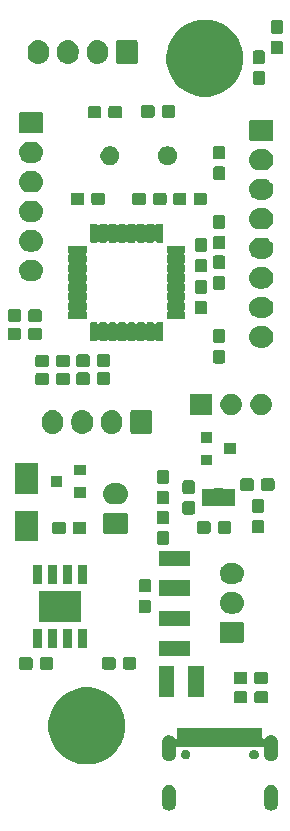
<source format=gbr>
G04 #@! TF.GenerationSoftware,KiCad,Pcbnew,(5.1.6)-1*
G04 #@! TF.CreationDate,2023-02-24T22:08:04-06:00*
G04 #@! TF.ProjectId,EncoderBoard3(1.2),456e636f-6465-4724-926f-617264332831,v1.0*
G04 #@! TF.SameCoordinates,Original*
G04 #@! TF.FileFunction,Soldermask,Top*
G04 #@! TF.FilePolarity,Negative*
%FSLAX46Y46*%
G04 Gerber Fmt 4.6, Leading zero omitted, Abs format (unit mm)*
G04 Created by KiCad (PCBNEW (5.1.6)-1) date 2023-02-24 22:08:04*
%MOMM*%
%LPD*%
G01*
G04 APERTURE LIST*
%ADD10C,0.100000*%
G04 APERTURE END LIST*
D10*
G36*
X140703915Y-147405134D02*
G01*
X140812491Y-147438071D01*
X140812494Y-147438072D01*
X140848600Y-147457371D01*
X140912556Y-147491556D01*
X141000264Y-147563536D01*
X141072244Y-147651243D01*
X141106429Y-147715199D01*
X141125728Y-147751305D01*
X141125728Y-147751306D01*
X141125729Y-147751308D01*
X141158666Y-147859884D01*
X141167000Y-147944502D01*
X141167000Y-149051098D01*
X141158666Y-149135716D01*
X141125729Y-149244292D01*
X141125728Y-149244295D01*
X141106429Y-149280401D01*
X141072244Y-149344357D01*
X141000264Y-149432064D01*
X140912557Y-149504044D01*
X140848601Y-149538229D01*
X140812495Y-149557528D01*
X140812492Y-149557529D01*
X140703916Y-149590466D01*
X140591000Y-149601587D01*
X140478085Y-149590466D01*
X140369509Y-149557529D01*
X140369506Y-149557528D01*
X140333400Y-149538229D01*
X140269444Y-149504044D01*
X140181737Y-149432064D01*
X140109757Y-149344357D01*
X140075572Y-149280401D01*
X140056273Y-149244295D01*
X140056272Y-149244292D01*
X140023335Y-149135716D01*
X140015001Y-149051098D01*
X140015000Y-147944503D01*
X140023334Y-147859885D01*
X140056271Y-147751309D01*
X140056272Y-147751306D01*
X140075571Y-147715200D01*
X140109756Y-147651244D01*
X140181736Y-147563536D01*
X140269443Y-147491556D01*
X140333399Y-147457371D01*
X140369505Y-147438072D01*
X140369508Y-147438071D01*
X140478084Y-147405134D01*
X140591000Y-147394013D01*
X140703915Y-147405134D01*
G37*
G36*
X132063915Y-147405134D02*
G01*
X132172491Y-147438071D01*
X132172494Y-147438072D01*
X132208600Y-147457371D01*
X132272556Y-147491556D01*
X132360264Y-147563536D01*
X132432244Y-147651243D01*
X132466429Y-147715199D01*
X132485728Y-147751305D01*
X132485728Y-147751306D01*
X132485729Y-147751308D01*
X132518666Y-147859884D01*
X132527000Y-147944502D01*
X132527000Y-149051098D01*
X132518666Y-149135716D01*
X132485729Y-149244292D01*
X132485728Y-149244295D01*
X132466429Y-149280401D01*
X132432244Y-149344357D01*
X132360264Y-149432064D01*
X132272557Y-149504044D01*
X132208601Y-149538229D01*
X132172495Y-149557528D01*
X132172492Y-149557529D01*
X132063916Y-149590466D01*
X131951000Y-149601587D01*
X131838085Y-149590466D01*
X131729509Y-149557529D01*
X131729506Y-149557528D01*
X131693400Y-149538229D01*
X131629444Y-149504044D01*
X131541737Y-149432064D01*
X131469757Y-149344357D01*
X131435572Y-149280401D01*
X131416273Y-149244295D01*
X131416272Y-149244292D01*
X131383335Y-149135716D01*
X131375001Y-149051098D01*
X131375000Y-147944503D01*
X131383334Y-147859885D01*
X131416271Y-147751309D01*
X131416272Y-147751306D01*
X131435571Y-147715200D01*
X131469756Y-147651244D01*
X131541736Y-147563536D01*
X131629443Y-147491556D01*
X131693399Y-147457371D01*
X131729505Y-147438072D01*
X131729508Y-147438071D01*
X131838084Y-147405134D01*
X131951000Y-147394013D01*
X132063915Y-147405134D01*
G37*
G36*
X125634239Y-139237267D02*
G01*
X125948282Y-139299734D01*
X126539926Y-139544801D01*
X127072392Y-139900584D01*
X127525216Y-140353408D01*
X127880999Y-140885874D01*
X128126066Y-141477518D01*
X128251000Y-142105604D01*
X128251000Y-142745996D01*
X128126066Y-143374082D01*
X127880999Y-143965726D01*
X127655105Y-144303799D01*
X127525217Y-144498191D01*
X127072391Y-144951017D01*
X126966477Y-145021786D01*
X126539926Y-145306799D01*
X125948282Y-145551866D01*
X125634239Y-145614333D01*
X125320197Y-145676800D01*
X124679803Y-145676800D01*
X124365761Y-145614333D01*
X124051718Y-145551866D01*
X123460074Y-145306799D01*
X123033523Y-145021786D01*
X122927609Y-144951017D01*
X122474783Y-144498191D01*
X122344895Y-144303799D01*
X122119001Y-143965726D01*
X121873934Y-143374082D01*
X121749000Y-142745996D01*
X121749000Y-142105604D01*
X121873934Y-141477518D01*
X122119001Y-140885874D01*
X122474784Y-140353408D01*
X122927608Y-139900584D01*
X123460074Y-139544801D01*
X124051718Y-139299734D01*
X124365761Y-139237267D01*
X124679803Y-139174800D01*
X125320197Y-139174800D01*
X125634239Y-139237267D01*
G37*
G36*
X139872000Y-143417032D02*
G01*
X139874402Y-143441418D01*
X139881515Y-143464867D01*
X139893066Y-143486478D01*
X139908611Y-143505420D01*
X139927553Y-143520965D01*
X139949164Y-143532516D01*
X139972613Y-143539629D01*
X139996999Y-143542031D01*
X140021385Y-143539629D01*
X140044834Y-143532516D01*
X140066445Y-143520965D01*
X140085387Y-143505420D01*
X140107234Y-143475962D01*
X140109756Y-143471244D01*
X140181736Y-143383536D01*
X140269443Y-143311556D01*
X140333399Y-143277371D01*
X140369505Y-143258072D01*
X140369508Y-143258071D01*
X140478084Y-143225134D01*
X140591000Y-143214013D01*
X140703915Y-143225134D01*
X140812491Y-143258071D01*
X140812494Y-143258072D01*
X140848600Y-143277371D01*
X140912556Y-143311556D01*
X141000264Y-143383536D01*
X141072244Y-143471243D01*
X141102191Y-143527271D01*
X141125728Y-143571305D01*
X141125728Y-143571306D01*
X141125729Y-143571308D01*
X141158666Y-143679884D01*
X141167000Y-143764502D01*
X141167000Y-144871098D01*
X141158666Y-144955716D01*
X141133782Y-145037744D01*
X141125728Y-145064295D01*
X141106429Y-145100401D01*
X141072244Y-145164357D01*
X141000264Y-145252064D01*
X140912557Y-145324044D01*
X140848601Y-145358229D01*
X140812495Y-145377528D01*
X140812492Y-145377529D01*
X140703916Y-145410466D01*
X140591000Y-145421587D01*
X140478085Y-145410466D01*
X140369509Y-145377529D01*
X140369506Y-145377528D01*
X140333400Y-145358229D01*
X140269444Y-145324044D01*
X140181737Y-145252064D01*
X140109757Y-145164357D01*
X140075572Y-145100401D01*
X140056273Y-145064295D01*
X140048219Y-145037744D01*
X140023335Y-144955716D01*
X140015001Y-144871098D01*
X140015001Y-144592178D01*
X140015000Y-144303799D01*
X140012598Y-144279413D01*
X140005485Y-144255964D01*
X139993934Y-144234353D01*
X139978388Y-144215411D01*
X139959447Y-144199866D01*
X139937836Y-144188315D01*
X139914387Y-144181202D01*
X139890001Y-144178800D01*
X132651999Y-144178800D01*
X132627613Y-144181202D01*
X132604164Y-144188315D01*
X132582553Y-144199866D01*
X132563611Y-144215411D01*
X132548066Y-144234353D01*
X132536515Y-144255964D01*
X132529402Y-144279413D01*
X132527000Y-144303799D01*
X132527000Y-144871098D01*
X132518666Y-144955716D01*
X132493782Y-145037744D01*
X132485728Y-145064295D01*
X132466429Y-145100401D01*
X132432244Y-145164357D01*
X132360264Y-145252064D01*
X132272557Y-145324044D01*
X132208601Y-145358229D01*
X132172495Y-145377528D01*
X132172492Y-145377529D01*
X132063916Y-145410466D01*
X131951000Y-145421587D01*
X131838085Y-145410466D01*
X131729509Y-145377529D01*
X131729506Y-145377528D01*
X131693400Y-145358229D01*
X131629444Y-145324044D01*
X131541737Y-145252064D01*
X131469757Y-145164357D01*
X131435572Y-145100401D01*
X131416273Y-145064295D01*
X131408219Y-145037744D01*
X131383335Y-144955716D01*
X131375001Y-144871098D01*
X131375000Y-143764503D01*
X131383334Y-143679885D01*
X131416271Y-143571309D01*
X131416272Y-143571306D01*
X131437006Y-143532516D01*
X131469756Y-143471244D01*
X131541736Y-143383536D01*
X131629443Y-143311556D01*
X131693399Y-143277371D01*
X131729505Y-143258072D01*
X131729508Y-143258071D01*
X131838084Y-143225134D01*
X131951000Y-143214013D01*
X132063915Y-143225134D01*
X132172491Y-143258071D01*
X132172494Y-143258072D01*
X132208600Y-143277371D01*
X132272556Y-143311556D01*
X132360264Y-143383536D01*
X132432244Y-143471243D01*
X132434768Y-143475964D01*
X132448376Y-143496330D01*
X132465703Y-143513657D01*
X132486078Y-143527271D01*
X132508717Y-143536648D01*
X132532750Y-143541428D01*
X132557254Y-143541428D01*
X132581287Y-143536647D01*
X132603926Y-143527270D01*
X132624300Y-143513656D01*
X132641627Y-143496329D01*
X132655241Y-143475954D01*
X132664618Y-143453315D01*
X132670000Y-143417031D01*
X132670000Y-142626800D01*
X139872000Y-142626800D01*
X139872000Y-143417032D01*
G37*
G36*
X133459231Y-144454505D02*
G01*
X133497967Y-144462210D01*
X133528195Y-144474731D01*
X133570944Y-144492438D01*
X133636622Y-144536323D01*
X133692477Y-144592178D01*
X133736362Y-144657856D01*
X133766590Y-144730834D01*
X133782000Y-144808304D01*
X133782000Y-144887296D01*
X133766590Y-144964766D01*
X133736362Y-145037744D01*
X133692477Y-145103422D01*
X133636622Y-145159277D01*
X133570944Y-145203162D01*
X133528195Y-145220869D01*
X133497967Y-145233390D01*
X133459231Y-145241095D01*
X133420496Y-145248800D01*
X133341504Y-145248800D01*
X133302769Y-145241095D01*
X133264033Y-145233390D01*
X133233805Y-145220869D01*
X133191056Y-145203162D01*
X133125378Y-145159277D01*
X133069523Y-145103422D01*
X133025638Y-145037744D01*
X132995410Y-144964766D01*
X132980000Y-144887296D01*
X132980000Y-144808304D01*
X132995410Y-144730834D01*
X133025638Y-144657856D01*
X133069523Y-144592178D01*
X133125378Y-144536323D01*
X133191056Y-144492438D01*
X133233805Y-144474731D01*
X133264033Y-144462210D01*
X133302769Y-144454505D01*
X133341504Y-144446800D01*
X133420496Y-144446800D01*
X133459231Y-144454505D01*
G37*
G36*
X139239231Y-144454505D02*
G01*
X139277967Y-144462210D01*
X139308195Y-144474731D01*
X139350944Y-144492438D01*
X139416622Y-144536323D01*
X139472477Y-144592178D01*
X139516362Y-144657856D01*
X139546590Y-144730834D01*
X139562000Y-144808304D01*
X139562000Y-144887296D01*
X139546590Y-144964766D01*
X139516362Y-145037744D01*
X139472477Y-145103422D01*
X139416622Y-145159277D01*
X139350944Y-145203162D01*
X139308195Y-145220869D01*
X139277967Y-145233390D01*
X139239231Y-145241095D01*
X139200496Y-145248800D01*
X139121504Y-145248800D01*
X139082769Y-145241095D01*
X139044033Y-145233390D01*
X139013805Y-145220869D01*
X138971056Y-145203162D01*
X138905378Y-145159277D01*
X138849523Y-145103422D01*
X138805638Y-145037744D01*
X138775410Y-144964766D01*
X138760000Y-144887296D01*
X138760000Y-144808304D01*
X138775410Y-144730834D01*
X138805638Y-144657856D01*
X138849523Y-144592178D01*
X138905378Y-144536323D01*
X138971056Y-144492438D01*
X139013805Y-144474731D01*
X139044033Y-144462210D01*
X139082769Y-144454505D01*
X139121504Y-144446800D01*
X139200496Y-144446800D01*
X139239231Y-144454505D01*
G37*
G36*
X138439499Y-139483245D02*
G01*
X138476995Y-139494620D01*
X138511554Y-139513092D01*
X138541847Y-139537953D01*
X138566708Y-139568246D01*
X138585180Y-139602805D01*
X138596555Y-139640301D01*
X138601000Y-139685438D01*
X138601000Y-140324162D01*
X138596555Y-140369299D01*
X138585180Y-140406795D01*
X138566708Y-140441354D01*
X138541847Y-140471647D01*
X138511554Y-140496508D01*
X138476995Y-140514980D01*
X138439499Y-140526355D01*
X138394362Y-140530800D01*
X137655638Y-140530800D01*
X137610501Y-140526355D01*
X137573005Y-140514980D01*
X137538446Y-140496508D01*
X137508153Y-140471647D01*
X137483292Y-140441354D01*
X137464820Y-140406795D01*
X137453445Y-140369299D01*
X137449000Y-140324162D01*
X137449000Y-139685438D01*
X137453445Y-139640301D01*
X137464820Y-139602805D01*
X137483292Y-139568246D01*
X137508153Y-139537953D01*
X137538446Y-139513092D01*
X137573005Y-139494620D01*
X137610501Y-139483245D01*
X137655638Y-139478800D01*
X138394362Y-139478800D01*
X138439499Y-139483245D01*
G37*
G36*
X140189499Y-139483245D02*
G01*
X140226995Y-139494620D01*
X140261554Y-139513092D01*
X140291847Y-139537953D01*
X140316708Y-139568246D01*
X140335180Y-139602805D01*
X140346555Y-139640301D01*
X140351000Y-139685438D01*
X140351000Y-140324162D01*
X140346555Y-140369299D01*
X140335180Y-140406795D01*
X140316708Y-140441354D01*
X140291847Y-140471647D01*
X140261554Y-140496508D01*
X140226995Y-140514980D01*
X140189499Y-140526355D01*
X140144362Y-140530800D01*
X139405638Y-140530800D01*
X139360501Y-140526355D01*
X139323005Y-140514980D01*
X139288446Y-140496508D01*
X139258153Y-140471647D01*
X139233292Y-140441354D01*
X139214820Y-140406795D01*
X139203445Y-140369299D01*
X139199000Y-140324162D01*
X139199000Y-139685438D01*
X139203445Y-139640301D01*
X139214820Y-139602805D01*
X139233292Y-139568246D01*
X139258153Y-139537953D01*
X139288446Y-139513092D01*
X139323005Y-139494620D01*
X139360501Y-139483245D01*
X139405638Y-139478800D01*
X140144362Y-139478800D01*
X140189499Y-139483245D01*
G37*
G36*
X134890000Y-139974800D02*
G01*
X133588000Y-139974800D01*
X133588000Y-137372800D01*
X134890000Y-137372800D01*
X134890000Y-139974800D01*
G37*
G36*
X132390000Y-139974800D02*
G01*
X131088000Y-139974800D01*
X131088000Y-137372800D01*
X132390000Y-137372800D01*
X132390000Y-139974800D01*
G37*
G36*
X138439499Y-137832245D02*
G01*
X138476995Y-137843620D01*
X138511554Y-137862092D01*
X138541847Y-137886953D01*
X138566708Y-137917246D01*
X138585180Y-137951805D01*
X138596555Y-137989301D01*
X138601000Y-138034438D01*
X138601000Y-138673162D01*
X138596555Y-138718299D01*
X138585180Y-138755795D01*
X138566708Y-138790354D01*
X138541847Y-138820647D01*
X138511554Y-138845508D01*
X138476995Y-138863980D01*
X138439499Y-138875355D01*
X138394362Y-138879800D01*
X137655638Y-138879800D01*
X137610501Y-138875355D01*
X137573005Y-138863980D01*
X137538446Y-138845508D01*
X137508153Y-138820647D01*
X137483292Y-138790354D01*
X137464820Y-138755795D01*
X137453445Y-138718299D01*
X137449000Y-138673162D01*
X137449000Y-138034438D01*
X137453445Y-137989301D01*
X137464820Y-137951805D01*
X137483292Y-137917246D01*
X137508153Y-137886953D01*
X137538446Y-137862092D01*
X137573005Y-137843620D01*
X137610501Y-137832245D01*
X137655638Y-137827800D01*
X138394362Y-137827800D01*
X138439499Y-137832245D01*
G37*
G36*
X140189499Y-137832245D02*
G01*
X140226995Y-137843620D01*
X140261554Y-137862092D01*
X140291847Y-137886953D01*
X140316708Y-137917246D01*
X140335180Y-137951805D01*
X140346555Y-137989301D01*
X140351000Y-138034438D01*
X140351000Y-138673162D01*
X140346555Y-138718299D01*
X140335180Y-138755795D01*
X140316708Y-138790354D01*
X140291847Y-138820647D01*
X140261554Y-138845508D01*
X140226995Y-138863980D01*
X140189499Y-138875355D01*
X140144362Y-138879800D01*
X139405638Y-138879800D01*
X139360501Y-138875355D01*
X139323005Y-138863980D01*
X139288446Y-138845508D01*
X139258153Y-138820647D01*
X139233292Y-138790354D01*
X139214820Y-138755795D01*
X139203445Y-138718299D01*
X139199000Y-138673162D01*
X139199000Y-138034438D01*
X139203445Y-137989301D01*
X139214820Y-137951805D01*
X139233292Y-137917246D01*
X139258153Y-137886953D01*
X139288446Y-137862092D01*
X139323005Y-137843620D01*
X139360501Y-137832245D01*
X139405638Y-137827800D01*
X140144362Y-137827800D01*
X140189499Y-137832245D01*
G37*
G36*
X122002999Y-136625745D02*
G01*
X122040495Y-136637120D01*
X122075054Y-136655592D01*
X122105347Y-136680453D01*
X122130208Y-136710746D01*
X122148680Y-136745305D01*
X122160055Y-136782801D01*
X122164500Y-136827938D01*
X122164500Y-137466662D01*
X122160055Y-137511799D01*
X122148680Y-137549295D01*
X122130208Y-137583854D01*
X122105347Y-137614147D01*
X122075054Y-137639008D01*
X122040495Y-137657480D01*
X122002999Y-137668855D01*
X121957862Y-137673300D01*
X121219138Y-137673300D01*
X121174001Y-137668855D01*
X121136505Y-137657480D01*
X121101946Y-137639008D01*
X121071653Y-137614147D01*
X121046792Y-137583854D01*
X121028320Y-137549295D01*
X121016945Y-137511799D01*
X121012500Y-137466662D01*
X121012500Y-136827938D01*
X121016945Y-136782801D01*
X121028320Y-136745305D01*
X121046792Y-136710746D01*
X121071653Y-136680453D01*
X121101946Y-136655592D01*
X121136505Y-136637120D01*
X121174001Y-136625745D01*
X121219138Y-136621300D01*
X121957862Y-136621300D01*
X122002999Y-136625745D01*
G37*
G36*
X120252999Y-136625745D02*
G01*
X120290495Y-136637120D01*
X120325054Y-136655592D01*
X120355347Y-136680453D01*
X120380208Y-136710746D01*
X120398680Y-136745305D01*
X120410055Y-136782801D01*
X120414500Y-136827938D01*
X120414500Y-137466662D01*
X120410055Y-137511799D01*
X120398680Y-137549295D01*
X120380208Y-137583854D01*
X120355347Y-137614147D01*
X120325054Y-137639008D01*
X120290495Y-137657480D01*
X120252999Y-137668855D01*
X120207862Y-137673300D01*
X119469138Y-137673300D01*
X119424001Y-137668855D01*
X119386505Y-137657480D01*
X119351946Y-137639008D01*
X119321653Y-137614147D01*
X119296792Y-137583854D01*
X119278320Y-137549295D01*
X119266945Y-137511799D01*
X119262500Y-137466662D01*
X119262500Y-136827938D01*
X119266945Y-136782801D01*
X119278320Y-136745305D01*
X119296792Y-136710746D01*
X119321653Y-136680453D01*
X119351946Y-136655592D01*
X119386505Y-136637120D01*
X119424001Y-136625745D01*
X119469138Y-136621300D01*
X120207862Y-136621300D01*
X120252999Y-136625745D01*
G37*
G36*
X129033719Y-136610505D02*
G01*
X129071215Y-136621880D01*
X129105774Y-136640352D01*
X129136067Y-136665213D01*
X129160928Y-136695506D01*
X129179400Y-136730065D01*
X129190775Y-136767561D01*
X129195220Y-136812698D01*
X129195220Y-137451422D01*
X129190775Y-137496559D01*
X129179400Y-137534055D01*
X129160928Y-137568614D01*
X129136067Y-137598907D01*
X129105774Y-137623768D01*
X129071215Y-137642240D01*
X129033719Y-137653615D01*
X128988582Y-137658060D01*
X128249858Y-137658060D01*
X128204721Y-137653615D01*
X128167225Y-137642240D01*
X128132666Y-137623768D01*
X128102373Y-137598907D01*
X128077512Y-137568614D01*
X128059040Y-137534055D01*
X128047665Y-137496559D01*
X128043220Y-137451422D01*
X128043220Y-136812698D01*
X128047665Y-136767561D01*
X128059040Y-136730065D01*
X128077512Y-136695506D01*
X128102373Y-136665213D01*
X128132666Y-136640352D01*
X128167225Y-136621880D01*
X128204721Y-136610505D01*
X128249858Y-136606060D01*
X128988582Y-136606060D01*
X129033719Y-136610505D01*
G37*
G36*
X127283719Y-136610505D02*
G01*
X127321215Y-136621880D01*
X127355774Y-136640352D01*
X127386067Y-136665213D01*
X127410928Y-136695506D01*
X127429400Y-136730065D01*
X127440775Y-136767561D01*
X127445220Y-136812698D01*
X127445220Y-137451422D01*
X127440775Y-137496559D01*
X127429400Y-137534055D01*
X127410928Y-137568614D01*
X127386067Y-137598907D01*
X127355774Y-137623768D01*
X127321215Y-137642240D01*
X127283719Y-137653615D01*
X127238582Y-137658060D01*
X126499858Y-137658060D01*
X126454721Y-137653615D01*
X126417225Y-137642240D01*
X126382666Y-137623768D01*
X126352373Y-137598907D01*
X126327512Y-137568614D01*
X126309040Y-137534055D01*
X126297665Y-137496559D01*
X126293220Y-137451422D01*
X126293220Y-136812698D01*
X126297665Y-136767561D01*
X126309040Y-136730065D01*
X126327512Y-136695506D01*
X126352373Y-136665213D01*
X126382666Y-136640352D01*
X126417225Y-136621880D01*
X126454721Y-136610505D01*
X126499858Y-136606060D01*
X127238582Y-136606060D01*
X127283719Y-136610505D01*
G37*
G36*
X133762000Y-136508300D02*
G01*
X131160000Y-136508300D01*
X131160000Y-135206300D01*
X133762000Y-135206300D01*
X133762000Y-136508300D01*
G37*
G36*
X121241500Y-135846800D02*
G01*
X120439500Y-135846800D01*
X120439500Y-134219800D01*
X121241500Y-134219800D01*
X121241500Y-135846800D01*
G37*
G36*
X122511500Y-135846800D02*
G01*
X121709500Y-135846800D01*
X121709500Y-134219800D01*
X122511500Y-134219800D01*
X122511500Y-135846800D01*
G37*
G36*
X125051500Y-135846800D02*
G01*
X124249500Y-135846800D01*
X124249500Y-134219800D01*
X125051500Y-134219800D01*
X125051500Y-135846800D01*
G37*
G36*
X123781500Y-135846800D02*
G01*
X122979500Y-135846800D01*
X122979500Y-134219800D01*
X123781500Y-134219800D01*
X123781500Y-135846800D01*
G37*
G36*
X138170600Y-133621389D02*
G01*
X138203652Y-133631415D01*
X138234103Y-133647692D01*
X138260799Y-133669601D01*
X138282708Y-133696297D01*
X138298985Y-133726748D01*
X138309011Y-133759800D01*
X138313000Y-133800303D01*
X138313000Y-135236497D01*
X138309011Y-135277000D01*
X138298985Y-135310052D01*
X138282708Y-135340503D01*
X138260799Y-135367199D01*
X138234103Y-135389108D01*
X138203652Y-135405385D01*
X138170600Y-135415411D01*
X138130097Y-135419400D01*
X136443903Y-135419400D01*
X136403400Y-135415411D01*
X136370348Y-135405385D01*
X136339897Y-135389108D01*
X136313201Y-135367199D01*
X136291292Y-135340503D01*
X136275015Y-135310052D01*
X136264989Y-135277000D01*
X136261000Y-135236497D01*
X136261000Y-133800303D01*
X136264989Y-133759800D01*
X136275015Y-133726748D01*
X136291292Y-133696297D01*
X136313201Y-133669601D01*
X136339897Y-133647692D01*
X136370348Y-133631415D01*
X136403400Y-133621389D01*
X136443903Y-133617400D01*
X138130097Y-133617400D01*
X138170600Y-133621389D01*
G37*
G36*
X133762000Y-134008300D02*
G01*
X131160000Y-134008300D01*
X131160000Y-132706300D01*
X133762000Y-132706300D01*
X133762000Y-134008300D01*
G37*
G36*
X124497500Y-133628800D02*
G01*
X120993500Y-133628800D01*
X120993500Y-131013800D01*
X124497500Y-131013800D01*
X124497500Y-133628800D01*
G37*
G36*
X137522442Y-131123918D02*
G01*
X137588627Y-131130437D01*
X137758466Y-131181957D01*
X137914991Y-131265622D01*
X137950729Y-131294952D01*
X138052186Y-131378214D01*
X138135448Y-131479671D01*
X138164778Y-131515409D01*
X138248443Y-131671934D01*
X138299963Y-131841773D01*
X138317359Y-132018400D01*
X138299963Y-132195027D01*
X138248443Y-132364866D01*
X138164778Y-132521391D01*
X138135448Y-132557129D01*
X138052186Y-132658586D01*
X137950729Y-132741848D01*
X137914991Y-132771178D01*
X137849341Y-132806269D01*
X137769383Y-132849008D01*
X137758466Y-132854843D01*
X137588627Y-132906363D01*
X137522442Y-132912882D01*
X137456260Y-132919400D01*
X137117740Y-132919400D01*
X137051558Y-132912882D01*
X136985373Y-132906363D01*
X136815534Y-132854843D01*
X136804618Y-132849008D01*
X136724659Y-132806269D01*
X136659009Y-132771178D01*
X136623271Y-132741848D01*
X136521814Y-132658586D01*
X136438552Y-132557129D01*
X136409222Y-132521391D01*
X136325557Y-132364866D01*
X136274037Y-132195027D01*
X136256641Y-132018400D01*
X136274037Y-131841773D01*
X136325557Y-131671934D01*
X136409222Y-131515409D01*
X136438552Y-131479671D01*
X136521814Y-131378214D01*
X136623271Y-131294952D01*
X136659009Y-131265622D01*
X136815534Y-131181957D01*
X136985373Y-131130437D01*
X137051558Y-131123918D01*
X137117740Y-131117400D01*
X137456260Y-131117400D01*
X137522442Y-131123918D01*
G37*
G36*
X130285499Y-131735745D02*
G01*
X130322995Y-131747120D01*
X130357554Y-131765592D01*
X130387847Y-131790453D01*
X130412708Y-131820746D01*
X130431180Y-131855305D01*
X130442555Y-131892801D01*
X130447000Y-131937938D01*
X130447000Y-132676662D01*
X130442555Y-132721799D01*
X130431180Y-132759295D01*
X130412708Y-132793854D01*
X130387847Y-132824147D01*
X130357554Y-132849008D01*
X130322995Y-132867480D01*
X130285499Y-132878855D01*
X130240362Y-132883300D01*
X129601638Y-132883300D01*
X129556501Y-132878855D01*
X129519005Y-132867480D01*
X129484446Y-132849008D01*
X129454153Y-132824147D01*
X129429292Y-132793854D01*
X129410820Y-132759295D01*
X129399445Y-132721799D01*
X129395000Y-132676662D01*
X129395000Y-131937938D01*
X129399445Y-131892801D01*
X129410820Y-131855305D01*
X129429292Y-131820746D01*
X129454153Y-131790453D01*
X129484446Y-131765592D01*
X129519005Y-131747120D01*
X129556501Y-131735745D01*
X129601638Y-131731300D01*
X130240362Y-131731300D01*
X130285499Y-131735745D01*
G37*
G36*
X133762000Y-131408300D02*
G01*
X131160000Y-131408300D01*
X131160000Y-130106300D01*
X133762000Y-130106300D01*
X133762000Y-131408300D01*
G37*
G36*
X130285499Y-129985745D02*
G01*
X130322995Y-129997120D01*
X130357554Y-130015592D01*
X130387847Y-130040453D01*
X130412708Y-130070746D01*
X130431180Y-130105305D01*
X130442555Y-130142801D01*
X130447000Y-130187938D01*
X130447000Y-130926662D01*
X130442555Y-130971799D01*
X130431180Y-131009295D01*
X130412708Y-131043854D01*
X130387847Y-131074147D01*
X130357554Y-131099008D01*
X130322995Y-131117480D01*
X130285499Y-131128855D01*
X130240362Y-131133300D01*
X129601638Y-131133300D01*
X129556501Y-131128855D01*
X129519005Y-131117480D01*
X129484446Y-131099008D01*
X129454153Y-131074147D01*
X129429292Y-131043854D01*
X129410820Y-131009295D01*
X129399445Y-130971799D01*
X129395000Y-130926662D01*
X129395000Y-130187938D01*
X129399445Y-130142801D01*
X129410820Y-130105305D01*
X129429292Y-130070746D01*
X129454153Y-130040453D01*
X129484446Y-130015592D01*
X129519005Y-129997120D01*
X129556501Y-129985745D01*
X129601638Y-129981300D01*
X130240362Y-129981300D01*
X130285499Y-129985745D01*
G37*
G36*
X125051500Y-130422800D02*
G01*
X124249500Y-130422800D01*
X124249500Y-128795800D01*
X125051500Y-128795800D01*
X125051500Y-130422800D01*
G37*
G36*
X121241500Y-130422800D02*
G01*
X120439500Y-130422800D01*
X120439500Y-128795800D01*
X121241500Y-128795800D01*
X121241500Y-130422800D01*
G37*
G36*
X123781500Y-130422800D02*
G01*
X122979500Y-130422800D01*
X122979500Y-128795800D01*
X123781500Y-128795800D01*
X123781500Y-130422800D01*
G37*
G36*
X122511500Y-130422800D02*
G01*
X121709500Y-130422800D01*
X121709500Y-128795800D01*
X122511500Y-128795800D01*
X122511500Y-130422800D01*
G37*
G36*
X137522442Y-128623918D02*
G01*
X137588627Y-128630437D01*
X137758466Y-128681957D01*
X137914991Y-128765622D01*
X137950729Y-128794952D01*
X138052186Y-128878214D01*
X138135448Y-128979671D01*
X138164778Y-129015409D01*
X138248443Y-129171934D01*
X138299963Y-129341773D01*
X138317359Y-129518400D01*
X138299963Y-129695027D01*
X138248443Y-129864866D01*
X138164778Y-130021391D01*
X138149134Y-130040453D01*
X138052186Y-130158586D01*
X137950729Y-130241848D01*
X137914991Y-130271178D01*
X137758466Y-130354843D01*
X137588627Y-130406363D01*
X137522442Y-130412882D01*
X137456260Y-130419400D01*
X137117740Y-130419400D01*
X137051558Y-130412882D01*
X136985373Y-130406363D01*
X136815534Y-130354843D01*
X136659009Y-130271178D01*
X136623271Y-130241848D01*
X136521814Y-130158586D01*
X136424866Y-130040453D01*
X136409222Y-130021391D01*
X136325557Y-129864866D01*
X136274037Y-129695027D01*
X136256641Y-129518400D01*
X136274037Y-129341773D01*
X136325557Y-129171934D01*
X136409222Y-129015409D01*
X136438552Y-128979671D01*
X136521814Y-128878214D01*
X136623271Y-128794952D01*
X136659009Y-128765622D01*
X136815534Y-128681957D01*
X136985373Y-128630437D01*
X137051558Y-128623918D01*
X137117740Y-128617400D01*
X137456260Y-128617400D01*
X137522442Y-128623918D01*
G37*
G36*
X133762000Y-128908300D02*
G01*
X131160000Y-128908300D01*
X131160000Y-127606300D01*
X133762000Y-127606300D01*
X133762000Y-128908300D01*
G37*
G36*
X131809499Y-125957245D02*
G01*
X131846995Y-125968620D01*
X131881554Y-125987092D01*
X131911847Y-126011953D01*
X131936708Y-126042246D01*
X131955180Y-126076805D01*
X131966555Y-126114301D01*
X131971000Y-126159438D01*
X131971000Y-126898162D01*
X131966555Y-126943299D01*
X131955180Y-126980795D01*
X131936708Y-127015354D01*
X131911847Y-127045647D01*
X131881554Y-127070508D01*
X131846995Y-127088980D01*
X131809499Y-127100355D01*
X131764362Y-127104800D01*
X131125638Y-127104800D01*
X131080501Y-127100355D01*
X131043005Y-127088980D01*
X131008446Y-127070508D01*
X130978153Y-127045647D01*
X130953292Y-127015354D01*
X130934820Y-126980795D01*
X130923445Y-126943299D01*
X130919000Y-126898162D01*
X130919000Y-126159438D01*
X130923445Y-126114301D01*
X130934820Y-126076805D01*
X130953292Y-126042246D01*
X130978153Y-126011953D01*
X131008446Y-125987092D01*
X131043005Y-125968620D01*
X131080501Y-125957245D01*
X131125638Y-125952800D01*
X131764362Y-125952800D01*
X131809499Y-125957245D01*
G37*
G36*
X120839000Y-126795800D02*
G01*
X118937000Y-126795800D01*
X118937000Y-124193800D01*
X120839000Y-124193800D01*
X120839000Y-126795800D01*
G37*
G36*
X124796999Y-125132245D02*
G01*
X124834495Y-125143620D01*
X124869054Y-125162092D01*
X124899347Y-125186953D01*
X124924208Y-125217246D01*
X124942680Y-125251805D01*
X124954055Y-125289301D01*
X124958500Y-125334438D01*
X124958500Y-125973162D01*
X124954055Y-126018299D01*
X124942680Y-126055795D01*
X124924208Y-126090354D01*
X124899347Y-126120647D01*
X124869054Y-126145508D01*
X124834495Y-126163980D01*
X124796999Y-126175355D01*
X124751862Y-126179800D01*
X124013138Y-126179800D01*
X123968001Y-126175355D01*
X123930505Y-126163980D01*
X123895946Y-126145508D01*
X123865653Y-126120647D01*
X123840792Y-126090354D01*
X123822320Y-126055795D01*
X123810945Y-126018299D01*
X123806500Y-125973162D01*
X123806500Y-125334438D01*
X123810945Y-125289301D01*
X123822320Y-125251805D01*
X123840792Y-125217246D01*
X123865653Y-125186953D01*
X123895946Y-125162092D01*
X123930505Y-125143620D01*
X123968001Y-125132245D01*
X124013138Y-125127800D01*
X124751862Y-125127800D01*
X124796999Y-125132245D01*
G37*
G36*
X123046999Y-125132245D02*
G01*
X123084495Y-125143620D01*
X123119054Y-125162092D01*
X123149347Y-125186953D01*
X123174208Y-125217246D01*
X123192680Y-125251805D01*
X123204055Y-125289301D01*
X123208500Y-125334438D01*
X123208500Y-125973162D01*
X123204055Y-126018299D01*
X123192680Y-126055795D01*
X123174208Y-126090354D01*
X123149347Y-126120647D01*
X123119054Y-126145508D01*
X123084495Y-126163980D01*
X123046999Y-126175355D01*
X123001862Y-126179800D01*
X122263138Y-126179800D01*
X122218001Y-126175355D01*
X122180505Y-126163980D01*
X122145946Y-126145508D01*
X122115653Y-126120647D01*
X122090792Y-126090354D01*
X122072320Y-126055795D01*
X122060945Y-126018299D01*
X122056500Y-125973162D01*
X122056500Y-125334438D01*
X122060945Y-125289301D01*
X122072320Y-125251805D01*
X122090792Y-125217246D01*
X122115653Y-125186953D01*
X122145946Y-125162092D01*
X122180505Y-125143620D01*
X122218001Y-125132245D01*
X122263138Y-125127800D01*
X123001862Y-125127800D01*
X123046999Y-125132245D01*
G37*
G36*
X128353100Y-124375789D02*
G01*
X128386152Y-124385815D01*
X128416603Y-124402092D01*
X128443299Y-124424001D01*
X128465208Y-124450697D01*
X128481485Y-124481148D01*
X128491511Y-124514200D01*
X128495500Y-124554703D01*
X128495500Y-125990897D01*
X128491511Y-126031400D01*
X128481485Y-126064452D01*
X128465208Y-126094903D01*
X128443299Y-126121599D01*
X128416603Y-126143508D01*
X128386152Y-126159785D01*
X128353100Y-126169811D01*
X128312597Y-126173800D01*
X126576403Y-126173800D01*
X126535900Y-126169811D01*
X126502848Y-126159785D01*
X126472397Y-126143508D01*
X126445701Y-126121599D01*
X126423792Y-126094903D01*
X126407515Y-126064452D01*
X126397489Y-126031400D01*
X126393500Y-125990897D01*
X126393500Y-124554703D01*
X126397489Y-124514200D01*
X126407515Y-124481148D01*
X126423792Y-124450697D01*
X126445701Y-124424001D01*
X126472397Y-124402092D01*
X126502848Y-124385815D01*
X126535900Y-124375789D01*
X126576403Y-124371800D01*
X128312597Y-124371800D01*
X128353100Y-124375789D01*
G37*
G36*
X137077899Y-125106845D02*
G01*
X137115395Y-125118220D01*
X137149954Y-125136692D01*
X137180247Y-125161553D01*
X137205108Y-125191846D01*
X137223580Y-125226405D01*
X137234955Y-125263901D01*
X137239400Y-125309038D01*
X137239400Y-125947762D01*
X137234955Y-125992897D01*
X137223580Y-126030395D01*
X137205108Y-126064954D01*
X137180247Y-126095247D01*
X137149954Y-126120108D01*
X137115395Y-126138580D01*
X137077899Y-126149955D01*
X137032762Y-126154400D01*
X136294038Y-126154400D01*
X136248901Y-126149955D01*
X136211405Y-126138580D01*
X136176846Y-126120108D01*
X136146553Y-126095247D01*
X136121692Y-126064954D01*
X136103220Y-126030395D01*
X136091845Y-125992897D01*
X136087400Y-125947762D01*
X136087400Y-125309038D01*
X136091845Y-125263901D01*
X136103220Y-125226405D01*
X136121692Y-125191846D01*
X136146553Y-125161553D01*
X136176846Y-125136692D01*
X136211405Y-125118220D01*
X136248901Y-125106845D01*
X136294038Y-125102400D01*
X137032762Y-125102400D01*
X137077899Y-125106845D01*
G37*
G36*
X135327899Y-125106845D02*
G01*
X135365395Y-125118220D01*
X135399954Y-125136692D01*
X135430247Y-125161553D01*
X135455108Y-125191846D01*
X135473580Y-125226405D01*
X135484955Y-125263901D01*
X135489400Y-125309038D01*
X135489400Y-125947762D01*
X135484955Y-125992897D01*
X135473580Y-126030395D01*
X135455108Y-126064954D01*
X135430247Y-126095247D01*
X135399954Y-126120108D01*
X135365395Y-126138580D01*
X135327899Y-126149955D01*
X135282762Y-126154400D01*
X134544038Y-126154400D01*
X134498901Y-126149955D01*
X134461405Y-126138580D01*
X134426846Y-126120108D01*
X134396553Y-126095247D01*
X134371692Y-126064954D01*
X134353220Y-126030395D01*
X134341845Y-125992897D01*
X134337400Y-125947762D01*
X134337400Y-125309038D01*
X134341845Y-125263901D01*
X134353220Y-125226405D01*
X134371692Y-125191846D01*
X134396553Y-125161553D01*
X134426846Y-125136692D01*
X134461405Y-125118220D01*
X134498901Y-125106845D01*
X134544038Y-125102400D01*
X135282762Y-125102400D01*
X135327899Y-125106845D01*
G37*
G36*
X139861299Y-124992045D02*
G01*
X139898795Y-125003420D01*
X139933354Y-125021892D01*
X139963647Y-125046753D01*
X139988508Y-125077046D01*
X140006980Y-125111605D01*
X140018355Y-125149101D01*
X140022800Y-125194238D01*
X140022800Y-125932962D01*
X140018355Y-125978099D01*
X140006980Y-126015595D01*
X139988508Y-126050154D01*
X139963647Y-126080447D01*
X139933354Y-126105308D01*
X139898795Y-126123780D01*
X139861299Y-126135155D01*
X139816162Y-126139600D01*
X139177438Y-126139600D01*
X139132301Y-126135155D01*
X139094805Y-126123780D01*
X139060246Y-126105308D01*
X139029953Y-126080447D01*
X139005092Y-126050154D01*
X138986620Y-126015595D01*
X138975245Y-125978099D01*
X138970800Y-125932962D01*
X138970800Y-125194238D01*
X138975245Y-125149101D01*
X138986620Y-125111605D01*
X139005092Y-125077046D01*
X139029953Y-125046753D01*
X139060246Y-125021892D01*
X139094805Y-125003420D01*
X139132301Y-124992045D01*
X139177438Y-124987600D01*
X139816162Y-124987600D01*
X139861299Y-124992045D01*
G37*
G36*
X131809499Y-124207245D02*
G01*
X131846995Y-124218620D01*
X131881554Y-124237092D01*
X131911847Y-124261953D01*
X131936708Y-124292246D01*
X131955180Y-124326805D01*
X131966555Y-124364301D01*
X131971000Y-124409438D01*
X131971000Y-125148162D01*
X131966555Y-125193299D01*
X131955180Y-125230795D01*
X131936708Y-125265354D01*
X131911847Y-125295647D01*
X131881554Y-125320508D01*
X131846995Y-125338980D01*
X131809499Y-125350355D01*
X131764362Y-125354800D01*
X131125638Y-125354800D01*
X131080501Y-125350355D01*
X131043005Y-125338980D01*
X131008446Y-125320508D01*
X130978153Y-125295647D01*
X130953292Y-125265354D01*
X130934820Y-125230795D01*
X130923445Y-125193299D01*
X130919000Y-125148162D01*
X130919000Y-124409438D01*
X130923445Y-124364301D01*
X130934820Y-124326805D01*
X130953292Y-124292246D01*
X130978153Y-124261953D01*
X131008446Y-124237092D01*
X131043005Y-124218620D01*
X131080501Y-124207245D01*
X131125638Y-124202800D01*
X131764362Y-124202800D01*
X131809499Y-124207245D01*
G37*
G36*
X133993899Y-123391845D02*
G01*
X134031395Y-123403220D01*
X134065954Y-123421692D01*
X134096247Y-123446553D01*
X134121108Y-123476846D01*
X134139580Y-123511405D01*
X134150955Y-123548901D01*
X134155400Y-123594038D01*
X134155400Y-124332762D01*
X134150955Y-124377899D01*
X134139580Y-124415395D01*
X134121108Y-124449954D01*
X134096247Y-124480247D01*
X134065954Y-124505108D01*
X134031395Y-124523580D01*
X133993899Y-124534955D01*
X133948762Y-124539400D01*
X133310038Y-124539400D01*
X133264901Y-124534955D01*
X133227405Y-124523580D01*
X133192846Y-124505108D01*
X133162553Y-124480247D01*
X133137692Y-124449954D01*
X133119220Y-124415395D01*
X133107845Y-124377899D01*
X133103400Y-124332762D01*
X133103400Y-123594038D01*
X133107845Y-123548901D01*
X133119220Y-123511405D01*
X133137692Y-123476846D01*
X133162553Y-123446553D01*
X133192846Y-123421692D01*
X133227405Y-123403220D01*
X133264901Y-123391845D01*
X133310038Y-123387400D01*
X133948762Y-123387400D01*
X133993899Y-123391845D01*
G37*
G36*
X139861299Y-123242045D02*
G01*
X139898795Y-123253420D01*
X139933354Y-123271892D01*
X139963647Y-123296753D01*
X139988508Y-123327046D01*
X140006980Y-123361605D01*
X140018355Y-123399101D01*
X140022800Y-123444238D01*
X140022800Y-124182962D01*
X140018355Y-124228099D01*
X140006980Y-124265595D01*
X139988508Y-124300154D01*
X139963647Y-124330447D01*
X139933354Y-124355308D01*
X139898795Y-124373780D01*
X139861299Y-124385155D01*
X139816162Y-124389600D01*
X139177438Y-124389600D01*
X139132301Y-124385155D01*
X139094805Y-124373780D01*
X139060246Y-124355308D01*
X139029953Y-124330447D01*
X139005092Y-124300154D01*
X138986620Y-124265595D01*
X138975245Y-124228099D01*
X138970800Y-124182962D01*
X138970800Y-123444238D01*
X138975245Y-123399101D01*
X138986620Y-123361605D01*
X139005092Y-123327046D01*
X139029953Y-123296753D01*
X139060246Y-123271892D01*
X139094805Y-123253420D01*
X139132301Y-123242045D01*
X139177438Y-123237600D01*
X139816162Y-123237600D01*
X139861299Y-123242045D01*
G37*
G36*
X136546466Y-122331847D02*
G01*
X136562011Y-122350789D01*
X136580953Y-122366334D01*
X136602564Y-122377885D01*
X136626013Y-122384998D01*
X136650399Y-122387400D01*
X137575200Y-122387400D01*
X137575200Y-123789400D01*
X136650399Y-123789400D01*
X136626013Y-123791802D01*
X136602564Y-123798915D01*
X136580953Y-123810466D01*
X136562011Y-123826011D01*
X136546466Y-123844953D01*
X136544089Y-123849400D01*
X135794711Y-123849400D01*
X135792334Y-123844953D01*
X135776789Y-123826011D01*
X135757847Y-123810466D01*
X135736236Y-123798915D01*
X135712787Y-123791802D01*
X135688401Y-123789400D01*
X134763600Y-123789400D01*
X134763600Y-122387400D01*
X135688401Y-122387400D01*
X135712787Y-122384998D01*
X135736236Y-122377885D01*
X135757847Y-122366334D01*
X135776789Y-122350789D01*
X135792334Y-122331847D01*
X135794711Y-122327400D01*
X136544089Y-122327400D01*
X136546466Y-122331847D01*
G37*
G36*
X131809499Y-122528245D02*
G01*
X131846995Y-122539620D01*
X131881554Y-122558092D01*
X131911847Y-122582953D01*
X131936708Y-122613246D01*
X131955180Y-122647805D01*
X131966555Y-122685301D01*
X131971000Y-122730438D01*
X131971000Y-123469162D01*
X131966555Y-123514299D01*
X131955180Y-123551795D01*
X131936708Y-123586354D01*
X131911847Y-123616647D01*
X131881554Y-123641508D01*
X131846995Y-123659980D01*
X131809499Y-123671355D01*
X131764362Y-123675800D01*
X131125638Y-123675800D01*
X131080501Y-123671355D01*
X131043005Y-123659980D01*
X131008446Y-123641508D01*
X130978153Y-123616647D01*
X130953292Y-123586354D01*
X130934820Y-123551795D01*
X130923445Y-123514299D01*
X130919000Y-123469162D01*
X130919000Y-122730438D01*
X130923445Y-122685301D01*
X130934820Y-122647805D01*
X130953292Y-122613246D01*
X130978153Y-122582953D01*
X131008446Y-122558092D01*
X131043005Y-122539620D01*
X131080501Y-122528245D01*
X131125638Y-122523800D01*
X131764362Y-122523800D01*
X131809499Y-122528245D01*
G37*
G36*
X127704942Y-121878318D02*
G01*
X127771127Y-121884837D01*
X127940966Y-121936357D01*
X128097491Y-122020022D01*
X128133229Y-122049352D01*
X128234686Y-122132614D01*
X128302954Y-122215800D01*
X128347278Y-122269809D01*
X128430943Y-122426334D01*
X128482463Y-122596173D01*
X128499859Y-122772800D01*
X128482463Y-122949427D01*
X128430943Y-123119266D01*
X128347278Y-123275791D01*
X128336109Y-123289400D01*
X128234686Y-123412986D01*
X128166234Y-123469162D01*
X128097491Y-123525578D01*
X127940966Y-123609243D01*
X127771127Y-123660763D01*
X127704942Y-123667282D01*
X127638760Y-123673800D01*
X127250240Y-123673800D01*
X127184058Y-123667282D01*
X127117873Y-123660763D01*
X126948034Y-123609243D01*
X126791509Y-123525578D01*
X126722766Y-123469162D01*
X126654314Y-123412986D01*
X126552891Y-123289400D01*
X126541722Y-123275791D01*
X126458057Y-123119266D01*
X126406537Y-122949427D01*
X126389141Y-122772800D01*
X126406537Y-122596173D01*
X126458057Y-122426334D01*
X126541722Y-122269809D01*
X126586046Y-122215800D01*
X126654314Y-122132614D01*
X126755771Y-122049352D01*
X126791509Y-122020022D01*
X126948034Y-121936357D01*
X127117873Y-121884837D01*
X127184058Y-121878318D01*
X127250240Y-121871800D01*
X127638760Y-121871800D01*
X127704942Y-121878318D01*
G37*
G36*
X124945000Y-123117800D02*
G01*
X123943000Y-123117800D01*
X123943000Y-122215800D01*
X124945000Y-122215800D01*
X124945000Y-123117800D01*
G37*
G36*
X120839000Y-122795800D02*
G01*
X118937000Y-122795800D01*
X118937000Y-120193800D01*
X120839000Y-120193800D01*
X120839000Y-122795800D01*
G37*
G36*
X133993899Y-121641845D02*
G01*
X134031395Y-121653220D01*
X134065954Y-121671692D01*
X134096247Y-121696553D01*
X134121108Y-121726846D01*
X134139580Y-121761405D01*
X134150955Y-121798901D01*
X134155400Y-121844038D01*
X134155400Y-122582762D01*
X134150955Y-122627899D01*
X134139580Y-122665395D01*
X134121108Y-122699954D01*
X134096247Y-122730247D01*
X134065954Y-122755108D01*
X134031395Y-122773580D01*
X133993899Y-122784955D01*
X133948762Y-122789400D01*
X133310038Y-122789400D01*
X133264901Y-122784955D01*
X133227405Y-122773580D01*
X133192846Y-122755108D01*
X133162553Y-122730247D01*
X133137692Y-122699954D01*
X133119220Y-122665395D01*
X133107845Y-122627899D01*
X133103400Y-122582762D01*
X133103400Y-121844038D01*
X133107845Y-121798901D01*
X133119220Y-121761405D01*
X133137692Y-121726846D01*
X133162553Y-121696553D01*
X133192846Y-121671692D01*
X133227405Y-121653220D01*
X133264901Y-121641845D01*
X133310038Y-121637400D01*
X133948762Y-121637400D01*
X133993899Y-121641845D01*
G37*
G36*
X138985499Y-121474645D02*
G01*
X139022995Y-121486020D01*
X139057554Y-121504492D01*
X139087847Y-121529353D01*
X139112708Y-121559646D01*
X139131180Y-121594205D01*
X139142555Y-121631701D01*
X139147000Y-121676838D01*
X139147000Y-122315562D01*
X139142555Y-122360699D01*
X139131180Y-122398195D01*
X139112708Y-122432754D01*
X139087847Y-122463047D01*
X139057554Y-122487908D01*
X139022995Y-122506380D01*
X138985499Y-122517755D01*
X138940362Y-122522200D01*
X138201638Y-122522200D01*
X138156501Y-122517755D01*
X138119005Y-122506380D01*
X138084446Y-122487908D01*
X138054153Y-122463047D01*
X138029292Y-122432754D01*
X138010820Y-122398195D01*
X137999445Y-122360699D01*
X137995000Y-122315562D01*
X137995000Y-121676838D01*
X137999445Y-121631701D01*
X138010820Y-121594205D01*
X138029292Y-121559646D01*
X138054153Y-121529353D01*
X138084446Y-121504492D01*
X138119005Y-121486020D01*
X138156501Y-121474645D01*
X138201638Y-121470200D01*
X138940362Y-121470200D01*
X138985499Y-121474645D01*
G37*
G36*
X140735499Y-121474645D02*
G01*
X140772995Y-121486020D01*
X140807554Y-121504492D01*
X140837847Y-121529353D01*
X140862708Y-121559646D01*
X140881180Y-121594205D01*
X140892555Y-121631701D01*
X140897000Y-121676838D01*
X140897000Y-122315562D01*
X140892555Y-122360699D01*
X140881180Y-122398195D01*
X140862708Y-122432754D01*
X140837847Y-122463047D01*
X140807554Y-122487908D01*
X140772995Y-122506380D01*
X140735499Y-122517755D01*
X140690362Y-122522200D01*
X139951638Y-122522200D01*
X139906501Y-122517755D01*
X139869005Y-122506380D01*
X139834446Y-122487908D01*
X139804153Y-122463047D01*
X139779292Y-122432754D01*
X139760820Y-122398195D01*
X139749445Y-122360699D01*
X139745000Y-122315562D01*
X139745000Y-121676838D01*
X139749445Y-121631701D01*
X139760820Y-121594205D01*
X139779292Y-121559646D01*
X139804153Y-121529353D01*
X139834446Y-121504492D01*
X139869005Y-121486020D01*
X139906501Y-121474645D01*
X139951638Y-121470200D01*
X140690362Y-121470200D01*
X140735499Y-121474645D01*
G37*
G36*
X122945000Y-122167800D02*
G01*
X121943000Y-122167800D01*
X121943000Y-121265800D01*
X122945000Y-121265800D01*
X122945000Y-122167800D01*
G37*
G36*
X131809499Y-120778245D02*
G01*
X131846995Y-120789620D01*
X131881554Y-120808092D01*
X131911847Y-120832953D01*
X131936708Y-120863246D01*
X131955180Y-120897805D01*
X131966555Y-120935301D01*
X131971000Y-120980438D01*
X131971000Y-121719162D01*
X131966555Y-121764299D01*
X131955180Y-121801795D01*
X131936708Y-121836354D01*
X131911847Y-121866647D01*
X131881554Y-121891508D01*
X131846995Y-121909980D01*
X131809499Y-121921355D01*
X131764362Y-121925800D01*
X131125638Y-121925800D01*
X131080501Y-121921355D01*
X131043005Y-121909980D01*
X131008446Y-121891508D01*
X130978153Y-121866647D01*
X130953292Y-121836354D01*
X130934820Y-121801795D01*
X130923445Y-121764299D01*
X130919000Y-121719162D01*
X130919000Y-120980438D01*
X130923445Y-120935301D01*
X130934820Y-120897805D01*
X130953292Y-120863246D01*
X130978153Y-120832953D01*
X131008446Y-120808092D01*
X131043005Y-120789620D01*
X131080501Y-120778245D01*
X131125638Y-120773800D01*
X131764362Y-120773800D01*
X131809499Y-120778245D01*
G37*
G36*
X124945000Y-121217800D02*
G01*
X123943000Y-121217800D01*
X123943000Y-120315800D01*
X124945000Y-120315800D01*
X124945000Y-121217800D01*
G37*
G36*
X135645000Y-120361900D02*
G01*
X134643000Y-120361900D01*
X134643000Y-119459900D01*
X135645000Y-119459900D01*
X135645000Y-120361900D01*
G37*
G36*
X137645000Y-119411900D02*
G01*
X136643000Y-119411900D01*
X136643000Y-118509900D01*
X137645000Y-118509900D01*
X137645000Y-119411900D01*
G37*
G36*
X135645000Y-118461900D02*
G01*
X134643000Y-118461900D01*
X134643000Y-117559900D01*
X135645000Y-117559900D01*
X135645000Y-118461900D01*
G37*
G36*
X124780127Y-115687337D02*
G01*
X124949966Y-115738857D01*
X125106491Y-115822522D01*
X125142229Y-115851852D01*
X125243686Y-115935114D01*
X125307486Y-116012856D01*
X125356278Y-116072309D01*
X125439943Y-116228834D01*
X125491463Y-116398674D01*
X125504500Y-116531043D01*
X125504500Y-116869558D01*
X125491463Y-117001927D01*
X125439943Y-117171766D01*
X125356278Y-117328291D01*
X125326948Y-117364029D01*
X125243686Y-117465486D01*
X125106489Y-117578079D01*
X124949967Y-117661742D01*
X124949965Y-117661743D01*
X124780126Y-117713263D01*
X124603500Y-117730659D01*
X124426873Y-117713263D01*
X124257034Y-117661743D01*
X124100509Y-117578078D01*
X124058250Y-117543397D01*
X123963314Y-117465486D01*
X123850721Y-117328289D01*
X123767058Y-117171767D01*
X123767057Y-117171765D01*
X123715537Y-117001926D01*
X123702500Y-116869557D01*
X123702500Y-116531042D01*
X123715537Y-116398673D01*
X123767057Y-116228834D01*
X123850722Y-116072309D01*
X123963315Y-115935115D01*
X124100510Y-115822522D01*
X124257035Y-115738857D01*
X124426874Y-115687337D01*
X124603500Y-115669941D01*
X124780127Y-115687337D01*
G37*
G36*
X122280127Y-115687337D02*
G01*
X122449966Y-115738857D01*
X122606491Y-115822522D01*
X122642229Y-115851852D01*
X122743686Y-115935114D01*
X122807486Y-116012856D01*
X122856278Y-116072309D01*
X122939943Y-116228834D01*
X122991463Y-116398674D01*
X123004500Y-116531043D01*
X123004500Y-116869558D01*
X122991463Y-117001927D01*
X122939943Y-117171766D01*
X122856278Y-117328291D01*
X122826948Y-117364029D01*
X122743686Y-117465486D01*
X122606489Y-117578079D01*
X122449967Y-117661742D01*
X122449965Y-117661743D01*
X122280126Y-117713263D01*
X122103500Y-117730659D01*
X121926873Y-117713263D01*
X121757034Y-117661743D01*
X121600509Y-117578078D01*
X121558250Y-117543397D01*
X121463314Y-117465486D01*
X121350721Y-117328289D01*
X121267058Y-117171767D01*
X121267057Y-117171765D01*
X121215537Y-117001926D01*
X121202500Y-116869557D01*
X121202500Y-116531042D01*
X121215537Y-116398673D01*
X121267057Y-116228834D01*
X121350722Y-116072309D01*
X121463315Y-115935115D01*
X121600510Y-115822522D01*
X121757035Y-115738857D01*
X121926874Y-115687337D01*
X122103500Y-115669941D01*
X122280127Y-115687337D01*
G37*
G36*
X127280127Y-115687337D02*
G01*
X127449966Y-115738857D01*
X127606491Y-115822522D01*
X127642229Y-115851852D01*
X127743686Y-115935114D01*
X127807486Y-116012856D01*
X127856278Y-116072309D01*
X127939943Y-116228834D01*
X127991463Y-116398674D01*
X128004500Y-116531043D01*
X128004500Y-116869558D01*
X127991463Y-117001927D01*
X127939943Y-117171766D01*
X127856278Y-117328291D01*
X127826948Y-117364029D01*
X127743686Y-117465486D01*
X127606489Y-117578079D01*
X127449967Y-117661742D01*
X127449965Y-117661743D01*
X127280126Y-117713263D01*
X127103500Y-117730659D01*
X126926873Y-117713263D01*
X126757034Y-117661743D01*
X126600509Y-117578078D01*
X126558250Y-117543397D01*
X126463314Y-117465486D01*
X126350721Y-117328289D01*
X126267058Y-117171767D01*
X126267057Y-117171765D01*
X126215537Y-117001926D01*
X126202500Y-116869557D01*
X126202500Y-116531042D01*
X126215537Y-116398673D01*
X126267057Y-116228834D01*
X126350722Y-116072309D01*
X126463315Y-115935115D01*
X126600510Y-115822522D01*
X126757035Y-115738857D01*
X126926874Y-115687337D01*
X127103500Y-115669941D01*
X127280127Y-115687337D01*
G37*
G36*
X130362100Y-115678289D02*
G01*
X130395152Y-115688315D01*
X130425603Y-115704592D01*
X130452299Y-115726501D01*
X130474208Y-115753197D01*
X130490485Y-115783648D01*
X130500511Y-115816700D01*
X130504500Y-115857203D01*
X130504500Y-117543397D01*
X130500511Y-117583900D01*
X130490485Y-117616952D01*
X130474208Y-117647403D01*
X130452299Y-117674099D01*
X130425603Y-117696008D01*
X130395152Y-117712285D01*
X130362100Y-117722311D01*
X130321597Y-117726300D01*
X128885403Y-117726300D01*
X128844900Y-117722311D01*
X128811848Y-117712285D01*
X128781397Y-117696008D01*
X128754701Y-117674099D01*
X128732792Y-117647403D01*
X128716515Y-117616952D01*
X128706489Y-117583900D01*
X128702500Y-117543397D01*
X128702500Y-115857203D01*
X128706489Y-115816700D01*
X128716515Y-115783648D01*
X128732792Y-115753197D01*
X128754701Y-115726501D01*
X128781397Y-115704592D01*
X128811848Y-115688315D01*
X128844900Y-115678289D01*
X128885403Y-115674300D01*
X130321597Y-115674300D01*
X130362100Y-115678289D01*
G37*
G36*
X139877012Y-114318327D02*
G01*
X140026312Y-114348024D01*
X140190284Y-114415944D01*
X140337854Y-114514547D01*
X140463353Y-114640046D01*
X140561956Y-114787616D01*
X140629876Y-114951588D01*
X140664500Y-115125659D01*
X140664500Y-115303141D01*
X140629876Y-115477212D01*
X140561956Y-115641184D01*
X140463353Y-115788754D01*
X140337854Y-115914253D01*
X140190284Y-116012856D01*
X140026312Y-116080776D01*
X139877012Y-116110473D01*
X139852242Y-116115400D01*
X139674758Y-116115400D01*
X139649988Y-116110473D01*
X139500688Y-116080776D01*
X139336716Y-116012856D01*
X139189146Y-115914253D01*
X139063647Y-115788754D01*
X138965044Y-115641184D01*
X138897124Y-115477212D01*
X138862500Y-115303141D01*
X138862500Y-115125659D01*
X138897124Y-114951588D01*
X138965044Y-114787616D01*
X139063647Y-114640046D01*
X139189146Y-114514547D01*
X139336716Y-114415944D01*
X139500688Y-114348024D01*
X139649988Y-114318327D01*
X139674758Y-114313400D01*
X139852242Y-114313400D01*
X139877012Y-114318327D01*
G37*
G36*
X137337012Y-114318327D02*
G01*
X137486312Y-114348024D01*
X137650284Y-114415944D01*
X137797854Y-114514547D01*
X137923353Y-114640046D01*
X138021956Y-114787616D01*
X138089876Y-114951588D01*
X138124500Y-115125659D01*
X138124500Y-115303141D01*
X138089876Y-115477212D01*
X138021956Y-115641184D01*
X137923353Y-115788754D01*
X137797854Y-115914253D01*
X137650284Y-116012856D01*
X137486312Y-116080776D01*
X137337012Y-116110473D01*
X137312242Y-116115400D01*
X137134758Y-116115400D01*
X137109988Y-116110473D01*
X136960688Y-116080776D01*
X136796716Y-116012856D01*
X136649146Y-115914253D01*
X136523647Y-115788754D01*
X136425044Y-115641184D01*
X136357124Y-115477212D01*
X136322500Y-115303141D01*
X136322500Y-115125659D01*
X136357124Y-114951588D01*
X136425044Y-114787616D01*
X136523647Y-114640046D01*
X136649146Y-114514547D01*
X136796716Y-114415944D01*
X136960688Y-114348024D01*
X137109988Y-114318327D01*
X137134758Y-114313400D01*
X137312242Y-114313400D01*
X137337012Y-114318327D01*
G37*
G36*
X135584500Y-116115400D02*
G01*
X133782500Y-116115400D01*
X133782500Y-114313400D01*
X135584500Y-114313400D01*
X135584500Y-116115400D01*
G37*
G36*
X121644919Y-112521145D02*
G01*
X121682415Y-112532520D01*
X121716974Y-112550992D01*
X121747267Y-112575853D01*
X121772128Y-112606146D01*
X121790600Y-112640705D01*
X121801975Y-112678201D01*
X121806420Y-112723338D01*
X121806420Y-113362062D01*
X121801975Y-113407199D01*
X121790600Y-113444695D01*
X121772128Y-113479254D01*
X121747267Y-113509547D01*
X121716974Y-113534408D01*
X121682415Y-113552880D01*
X121644919Y-113564255D01*
X121599782Y-113568700D01*
X120861058Y-113568700D01*
X120815921Y-113564255D01*
X120778425Y-113552880D01*
X120743866Y-113534408D01*
X120713573Y-113509547D01*
X120688712Y-113479254D01*
X120670240Y-113444695D01*
X120658865Y-113407199D01*
X120654420Y-113362062D01*
X120654420Y-112723338D01*
X120658865Y-112678201D01*
X120670240Y-112640705D01*
X120688712Y-112606146D01*
X120713573Y-112575853D01*
X120743866Y-112550992D01*
X120778425Y-112532520D01*
X120815921Y-112521145D01*
X120861058Y-112516700D01*
X121599782Y-112516700D01*
X121644919Y-112521145D01*
G37*
G36*
X123394919Y-112521145D02*
G01*
X123432415Y-112532520D01*
X123466974Y-112550992D01*
X123497267Y-112575853D01*
X123522128Y-112606146D01*
X123540600Y-112640705D01*
X123551975Y-112678201D01*
X123556420Y-112723338D01*
X123556420Y-113362062D01*
X123551975Y-113407199D01*
X123540600Y-113444695D01*
X123522128Y-113479254D01*
X123497267Y-113509547D01*
X123466974Y-113534408D01*
X123432415Y-113552880D01*
X123394919Y-113564255D01*
X123349782Y-113568700D01*
X122611058Y-113568700D01*
X122565921Y-113564255D01*
X122528425Y-113552880D01*
X122493866Y-113534408D01*
X122463573Y-113509547D01*
X122438712Y-113479254D01*
X122420240Y-113444695D01*
X122408865Y-113407199D01*
X122404420Y-113362062D01*
X122404420Y-112723338D01*
X122408865Y-112678201D01*
X122420240Y-112640705D01*
X122438712Y-112606146D01*
X122463573Y-112575853D01*
X122493866Y-112550992D01*
X122528425Y-112532520D01*
X122565921Y-112521145D01*
X122611058Y-112516700D01*
X123349782Y-112516700D01*
X123394919Y-112521145D01*
G37*
G36*
X125099319Y-112495745D02*
G01*
X125136815Y-112507120D01*
X125171374Y-112525592D01*
X125201667Y-112550453D01*
X125226528Y-112580746D01*
X125245000Y-112615305D01*
X125256375Y-112652801D01*
X125260820Y-112697938D01*
X125260820Y-113336662D01*
X125256375Y-113381799D01*
X125245000Y-113419295D01*
X125226528Y-113453854D01*
X125201667Y-113484147D01*
X125171374Y-113509008D01*
X125136815Y-113527480D01*
X125099319Y-113538855D01*
X125054182Y-113543300D01*
X124315458Y-113543300D01*
X124270321Y-113538855D01*
X124232825Y-113527480D01*
X124198266Y-113509008D01*
X124167973Y-113484147D01*
X124143112Y-113453854D01*
X124124640Y-113419295D01*
X124113265Y-113381799D01*
X124108820Y-113336662D01*
X124108820Y-112697938D01*
X124113265Y-112652801D01*
X124124640Y-112615305D01*
X124143112Y-112580746D01*
X124167973Y-112550453D01*
X124198266Y-112525592D01*
X124232825Y-112507120D01*
X124270321Y-112495745D01*
X124315458Y-112491300D01*
X125054182Y-112491300D01*
X125099319Y-112495745D01*
G37*
G36*
X126849319Y-112495745D02*
G01*
X126886815Y-112507120D01*
X126921374Y-112525592D01*
X126951667Y-112550453D01*
X126976528Y-112580746D01*
X126995000Y-112615305D01*
X127006375Y-112652801D01*
X127010820Y-112697938D01*
X127010820Y-113336662D01*
X127006375Y-113381799D01*
X126995000Y-113419295D01*
X126976528Y-113453854D01*
X126951667Y-113484147D01*
X126921374Y-113509008D01*
X126886815Y-113527480D01*
X126849319Y-113538855D01*
X126804182Y-113543300D01*
X126065458Y-113543300D01*
X126020321Y-113538855D01*
X125982825Y-113527480D01*
X125948266Y-113509008D01*
X125917973Y-113484147D01*
X125893112Y-113453854D01*
X125874640Y-113419295D01*
X125863265Y-113381799D01*
X125858820Y-113336662D01*
X125858820Y-112697938D01*
X125863265Y-112652801D01*
X125874640Y-112615305D01*
X125893112Y-112580746D01*
X125917973Y-112550453D01*
X125948266Y-112525592D01*
X125982825Y-112507120D01*
X126020321Y-112495745D01*
X126065458Y-112491300D01*
X126804182Y-112491300D01*
X126849319Y-112495745D01*
G37*
G36*
X123394919Y-110997145D02*
G01*
X123432415Y-111008520D01*
X123466974Y-111026992D01*
X123497267Y-111051853D01*
X123522128Y-111082146D01*
X123540600Y-111116705D01*
X123551975Y-111154201D01*
X123556420Y-111199338D01*
X123556420Y-111838062D01*
X123551975Y-111883199D01*
X123540600Y-111920695D01*
X123522128Y-111955254D01*
X123497267Y-111985547D01*
X123466974Y-112010408D01*
X123432415Y-112028880D01*
X123394919Y-112040255D01*
X123349782Y-112044700D01*
X122611058Y-112044700D01*
X122565921Y-112040255D01*
X122528425Y-112028880D01*
X122493866Y-112010408D01*
X122463573Y-111985547D01*
X122438712Y-111955254D01*
X122420240Y-111920695D01*
X122408865Y-111883199D01*
X122404420Y-111838062D01*
X122404420Y-111199338D01*
X122408865Y-111154201D01*
X122420240Y-111116705D01*
X122438712Y-111082146D01*
X122463573Y-111051853D01*
X122493866Y-111026992D01*
X122528425Y-111008520D01*
X122565921Y-110997145D01*
X122611058Y-110992700D01*
X123349782Y-110992700D01*
X123394919Y-110997145D01*
G37*
G36*
X121644919Y-110997145D02*
G01*
X121682415Y-111008520D01*
X121716974Y-111026992D01*
X121747267Y-111051853D01*
X121772128Y-111082146D01*
X121790600Y-111116705D01*
X121801975Y-111154201D01*
X121806420Y-111199338D01*
X121806420Y-111838062D01*
X121801975Y-111883199D01*
X121790600Y-111920695D01*
X121772128Y-111955254D01*
X121747267Y-111985547D01*
X121716974Y-112010408D01*
X121682415Y-112028880D01*
X121644919Y-112040255D01*
X121599782Y-112044700D01*
X120861058Y-112044700D01*
X120815921Y-112040255D01*
X120778425Y-112028880D01*
X120743866Y-112010408D01*
X120713573Y-111985547D01*
X120688712Y-111955254D01*
X120670240Y-111920695D01*
X120658865Y-111883199D01*
X120654420Y-111838062D01*
X120654420Y-111199338D01*
X120658865Y-111154201D01*
X120670240Y-111116705D01*
X120688712Y-111082146D01*
X120713573Y-111051853D01*
X120743866Y-111026992D01*
X120778425Y-111008520D01*
X120815921Y-110997145D01*
X120861058Y-110992700D01*
X121599782Y-110992700D01*
X121644919Y-110997145D01*
G37*
G36*
X126849319Y-110971745D02*
G01*
X126886815Y-110983120D01*
X126921374Y-111001592D01*
X126951667Y-111026453D01*
X126976528Y-111056746D01*
X126995000Y-111091305D01*
X127006375Y-111128801D01*
X127010820Y-111173938D01*
X127010820Y-111812662D01*
X127006375Y-111857799D01*
X126995000Y-111895295D01*
X126976528Y-111929854D01*
X126951667Y-111960147D01*
X126921374Y-111985008D01*
X126886815Y-112003480D01*
X126849319Y-112014855D01*
X126804182Y-112019300D01*
X126065458Y-112019300D01*
X126020321Y-112014855D01*
X125982825Y-112003480D01*
X125948266Y-111985008D01*
X125917973Y-111960147D01*
X125893112Y-111929854D01*
X125874640Y-111895295D01*
X125863265Y-111857799D01*
X125858820Y-111812662D01*
X125858820Y-111173938D01*
X125863265Y-111128801D01*
X125874640Y-111091305D01*
X125893112Y-111056746D01*
X125917973Y-111026453D01*
X125948266Y-111001592D01*
X125982825Y-110983120D01*
X126020321Y-110971745D01*
X126065458Y-110967300D01*
X126804182Y-110967300D01*
X126849319Y-110971745D01*
G37*
G36*
X125099319Y-110971745D02*
G01*
X125136815Y-110983120D01*
X125171374Y-111001592D01*
X125201667Y-111026453D01*
X125226528Y-111056746D01*
X125245000Y-111091305D01*
X125256375Y-111128801D01*
X125260820Y-111173938D01*
X125260820Y-111812662D01*
X125256375Y-111857799D01*
X125245000Y-111895295D01*
X125226528Y-111929854D01*
X125201667Y-111960147D01*
X125171374Y-111985008D01*
X125136815Y-112003480D01*
X125099319Y-112014855D01*
X125054182Y-112019300D01*
X124315458Y-112019300D01*
X124270321Y-112014855D01*
X124232825Y-112003480D01*
X124198266Y-111985008D01*
X124167973Y-111960147D01*
X124143112Y-111929854D01*
X124124640Y-111895295D01*
X124113265Y-111857799D01*
X124108820Y-111812662D01*
X124108820Y-111173938D01*
X124113265Y-111128801D01*
X124124640Y-111091305D01*
X124143112Y-111056746D01*
X124167973Y-111026453D01*
X124198266Y-111001592D01*
X124232825Y-110983120D01*
X124270321Y-110971745D01*
X124315458Y-110967300D01*
X125054182Y-110967300D01*
X125099319Y-110971745D01*
G37*
G36*
X136559299Y-110600405D02*
G01*
X136596795Y-110611780D01*
X136631354Y-110630252D01*
X136661647Y-110655113D01*
X136686508Y-110685406D01*
X136704980Y-110719965D01*
X136716355Y-110757461D01*
X136720800Y-110802598D01*
X136720800Y-111541322D01*
X136716355Y-111586459D01*
X136704980Y-111623955D01*
X136686508Y-111658514D01*
X136661647Y-111688807D01*
X136631354Y-111713668D01*
X136596795Y-111732140D01*
X136559299Y-111743515D01*
X136514162Y-111747960D01*
X135875438Y-111747960D01*
X135830301Y-111743515D01*
X135792805Y-111732140D01*
X135758246Y-111713668D01*
X135727953Y-111688807D01*
X135703092Y-111658514D01*
X135684620Y-111623955D01*
X135673245Y-111586459D01*
X135668800Y-111541322D01*
X135668800Y-110802598D01*
X135673245Y-110757461D01*
X135684620Y-110719965D01*
X135703092Y-110685406D01*
X135727953Y-110655113D01*
X135758246Y-110630252D01*
X135792805Y-110611780D01*
X135830301Y-110600405D01*
X135875438Y-110595960D01*
X136514162Y-110595960D01*
X136559299Y-110600405D01*
G37*
G36*
X140011643Y-108604319D02*
G01*
X140077827Y-108610837D01*
X140247666Y-108662357D01*
X140404191Y-108746022D01*
X140439929Y-108775352D01*
X140541386Y-108858614D01*
X140624648Y-108960071D01*
X140653978Y-108995809D01*
X140737643Y-109152334D01*
X140789163Y-109322173D01*
X140806559Y-109498800D01*
X140789163Y-109675427D01*
X140737643Y-109845266D01*
X140737642Y-109845268D01*
X140728480Y-109862408D01*
X140653978Y-110001791D01*
X140624648Y-110037529D01*
X140541386Y-110138986D01*
X140439929Y-110222248D01*
X140404191Y-110251578D01*
X140247666Y-110335243D01*
X140077827Y-110386763D01*
X140011642Y-110393282D01*
X139945460Y-110399800D01*
X139606940Y-110399800D01*
X139540758Y-110393282D01*
X139474573Y-110386763D01*
X139304734Y-110335243D01*
X139148209Y-110251578D01*
X139112471Y-110222248D01*
X139011014Y-110138986D01*
X138927752Y-110037529D01*
X138898422Y-110001791D01*
X138823920Y-109862408D01*
X138814758Y-109845268D01*
X138814757Y-109845266D01*
X138763237Y-109675427D01*
X138745841Y-109498800D01*
X138763237Y-109322173D01*
X138814757Y-109152334D01*
X138898422Y-108995809D01*
X138927752Y-108960071D01*
X139011014Y-108858614D01*
X139112471Y-108775352D01*
X139148209Y-108746022D01*
X139304734Y-108662357D01*
X139474573Y-108610837D01*
X139540757Y-108604319D01*
X139606940Y-108597800D01*
X139945460Y-108597800D01*
X140011643Y-108604319D01*
G37*
G36*
X136559299Y-108850405D02*
G01*
X136596795Y-108861780D01*
X136631354Y-108880252D01*
X136661647Y-108905113D01*
X136686508Y-108935406D01*
X136704980Y-108969965D01*
X136716355Y-109007461D01*
X136720800Y-109052598D01*
X136720800Y-109791322D01*
X136716355Y-109836459D01*
X136704980Y-109873955D01*
X136686508Y-109908514D01*
X136661647Y-109938807D01*
X136631354Y-109963668D01*
X136596795Y-109982140D01*
X136559299Y-109993515D01*
X136514162Y-109997960D01*
X135875438Y-109997960D01*
X135830301Y-109993515D01*
X135792805Y-109982140D01*
X135758246Y-109963668D01*
X135727953Y-109938807D01*
X135703092Y-109908514D01*
X135684620Y-109873955D01*
X135673245Y-109836459D01*
X135668800Y-109791322D01*
X135668800Y-109052598D01*
X135673245Y-109007461D01*
X135684620Y-108969965D01*
X135703092Y-108935406D01*
X135727953Y-108905113D01*
X135758246Y-108880252D01*
X135792805Y-108861780D01*
X135830301Y-108850405D01*
X135875438Y-108845960D01*
X136514162Y-108845960D01*
X136559299Y-108850405D01*
G37*
G36*
X125814351Y-108265584D02*
G01*
X125830743Y-108270557D01*
X125845855Y-108278634D01*
X125859098Y-108289502D01*
X125869967Y-108302747D01*
X125874061Y-108310406D01*
X125887674Y-108330780D01*
X125905001Y-108348107D01*
X125925376Y-108361721D01*
X125948014Y-108371098D01*
X125972048Y-108375879D01*
X125996552Y-108375879D01*
X126020585Y-108371099D01*
X126043224Y-108361721D01*
X126063598Y-108348108D01*
X126080925Y-108330781D01*
X126094539Y-108310406D01*
X126098633Y-108302747D01*
X126109502Y-108289502D01*
X126122745Y-108278634D01*
X126137857Y-108270557D01*
X126154249Y-108265584D01*
X126177441Y-108263300D01*
X126591159Y-108263300D01*
X126614351Y-108265584D01*
X126630743Y-108270557D01*
X126645855Y-108278634D01*
X126659098Y-108289502D01*
X126669967Y-108302747D01*
X126674061Y-108310406D01*
X126687674Y-108330780D01*
X126705001Y-108348107D01*
X126725376Y-108361721D01*
X126748014Y-108371098D01*
X126772048Y-108375879D01*
X126796552Y-108375879D01*
X126820585Y-108371099D01*
X126843224Y-108361721D01*
X126863598Y-108348108D01*
X126880925Y-108330781D01*
X126894539Y-108310406D01*
X126898633Y-108302747D01*
X126909502Y-108289502D01*
X126922745Y-108278634D01*
X126937857Y-108270557D01*
X126954249Y-108265584D01*
X126977441Y-108263300D01*
X127391159Y-108263300D01*
X127414351Y-108265584D01*
X127430743Y-108270557D01*
X127445855Y-108278634D01*
X127459098Y-108289502D01*
X127469967Y-108302747D01*
X127474061Y-108310406D01*
X127487674Y-108330780D01*
X127505001Y-108348107D01*
X127525376Y-108361721D01*
X127548014Y-108371098D01*
X127572048Y-108375879D01*
X127596552Y-108375879D01*
X127620585Y-108371099D01*
X127643224Y-108361721D01*
X127663598Y-108348108D01*
X127680925Y-108330781D01*
X127694539Y-108310406D01*
X127698633Y-108302747D01*
X127709502Y-108289502D01*
X127722745Y-108278634D01*
X127737857Y-108270557D01*
X127754249Y-108265584D01*
X127777441Y-108263300D01*
X128191159Y-108263300D01*
X128214351Y-108265584D01*
X128230743Y-108270557D01*
X128245855Y-108278634D01*
X128259098Y-108289502D01*
X128269967Y-108302747D01*
X128274061Y-108310406D01*
X128287674Y-108330780D01*
X128305001Y-108348107D01*
X128325376Y-108361721D01*
X128348014Y-108371098D01*
X128372048Y-108375879D01*
X128396552Y-108375879D01*
X128420585Y-108371099D01*
X128443224Y-108361721D01*
X128463598Y-108348108D01*
X128480925Y-108330781D01*
X128494539Y-108310406D01*
X128498633Y-108302747D01*
X128509502Y-108289502D01*
X128522745Y-108278634D01*
X128537857Y-108270557D01*
X128554249Y-108265584D01*
X128577441Y-108263300D01*
X128991159Y-108263300D01*
X129014351Y-108265584D01*
X129030743Y-108270557D01*
X129045855Y-108278634D01*
X129059098Y-108289502D01*
X129069967Y-108302747D01*
X129074061Y-108310406D01*
X129087674Y-108330780D01*
X129105001Y-108348107D01*
X129125376Y-108361721D01*
X129148014Y-108371098D01*
X129172048Y-108375879D01*
X129196552Y-108375879D01*
X129220585Y-108371099D01*
X129243224Y-108361721D01*
X129263598Y-108348108D01*
X129280925Y-108330781D01*
X129294539Y-108310406D01*
X129298633Y-108302747D01*
X129309502Y-108289502D01*
X129322745Y-108278634D01*
X129337857Y-108270557D01*
X129354249Y-108265584D01*
X129377441Y-108263300D01*
X129791159Y-108263300D01*
X129814351Y-108265584D01*
X129830743Y-108270557D01*
X129845855Y-108278634D01*
X129859098Y-108289502D01*
X129869967Y-108302747D01*
X129874061Y-108310406D01*
X129887674Y-108330780D01*
X129905001Y-108348107D01*
X129925376Y-108361721D01*
X129948014Y-108371098D01*
X129972048Y-108375879D01*
X129996552Y-108375879D01*
X130020585Y-108371099D01*
X130043224Y-108361721D01*
X130063598Y-108348108D01*
X130080925Y-108330781D01*
X130094539Y-108310406D01*
X130098633Y-108302747D01*
X130109502Y-108289502D01*
X130122745Y-108278634D01*
X130137857Y-108270557D01*
X130154249Y-108265584D01*
X130177441Y-108263300D01*
X130591159Y-108263300D01*
X130614351Y-108265584D01*
X130630743Y-108270557D01*
X130645855Y-108278634D01*
X130659098Y-108289502D01*
X130669967Y-108302747D01*
X130674061Y-108310406D01*
X130687674Y-108330780D01*
X130705001Y-108348107D01*
X130725376Y-108361721D01*
X130748014Y-108371098D01*
X130772048Y-108375879D01*
X130796552Y-108375879D01*
X130820585Y-108371099D01*
X130843224Y-108361721D01*
X130863598Y-108348108D01*
X130880925Y-108330781D01*
X130894539Y-108310406D01*
X130898633Y-108302747D01*
X130909502Y-108289502D01*
X130922745Y-108278634D01*
X130937857Y-108270557D01*
X130954249Y-108265584D01*
X130977441Y-108263300D01*
X131391159Y-108263300D01*
X131414351Y-108265584D01*
X131430743Y-108270557D01*
X131445855Y-108278634D01*
X131459098Y-108289502D01*
X131469966Y-108302745D01*
X131478043Y-108317857D01*
X131483016Y-108334249D01*
X131485300Y-108357441D01*
X131485300Y-109771159D01*
X131483016Y-109794351D01*
X131478043Y-109810743D01*
X131469966Y-109825855D01*
X131459098Y-109839098D01*
X131445855Y-109849966D01*
X131430743Y-109858043D01*
X131414351Y-109863016D01*
X131391159Y-109865300D01*
X130977441Y-109865300D01*
X130954249Y-109863016D01*
X130937857Y-109858043D01*
X130922745Y-109849966D01*
X130909502Y-109839098D01*
X130898633Y-109825853D01*
X130894539Y-109818194D01*
X130880926Y-109797820D01*
X130863599Y-109780493D01*
X130843224Y-109766879D01*
X130820586Y-109757502D01*
X130796552Y-109752721D01*
X130772048Y-109752721D01*
X130748015Y-109757501D01*
X130725376Y-109766879D01*
X130705002Y-109780492D01*
X130687675Y-109797819D01*
X130674061Y-109818194D01*
X130669967Y-109825853D01*
X130659098Y-109839098D01*
X130645855Y-109849966D01*
X130630743Y-109858043D01*
X130614351Y-109863016D01*
X130591159Y-109865300D01*
X130177441Y-109865300D01*
X130154249Y-109863016D01*
X130137857Y-109858043D01*
X130122745Y-109849966D01*
X130109502Y-109839098D01*
X130098633Y-109825853D01*
X130094539Y-109818194D01*
X130080926Y-109797820D01*
X130063599Y-109780493D01*
X130043224Y-109766879D01*
X130020586Y-109757502D01*
X129996552Y-109752721D01*
X129972048Y-109752721D01*
X129948015Y-109757501D01*
X129925376Y-109766879D01*
X129905002Y-109780492D01*
X129887675Y-109797819D01*
X129874061Y-109818194D01*
X129869967Y-109825853D01*
X129859098Y-109839098D01*
X129845855Y-109849966D01*
X129830743Y-109858043D01*
X129814351Y-109863016D01*
X129791159Y-109865300D01*
X129377441Y-109865300D01*
X129354249Y-109863016D01*
X129337857Y-109858043D01*
X129322745Y-109849966D01*
X129309502Y-109839098D01*
X129298633Y-109825853D01*
X129294539Y-109818194D01*
X129280926Y-109797820D01*
X129263599Y-109780493D01*
X129243224Y-109766879D01*
X129220586Y-109757502D01*
X129196552Y-109752721D01*
X129172048Y-109752721D01*
X129148015Y-109757501D01*
X129125376Y-109766879D01*
X129105002Y-109780492D01*
X129087675Y-109797819D01*
X129074061Y-109818194D01*
X129069967Y-109825853D01*
X129059098Y-109839098D01*
X129045855Y-109849966D01*
X129030743Y-109858043D01*
X129014351Y-109863016D01*
X128991159Y-109865300D01*
X128577441Y-109865300D01*
X128554249Y-109863016D01*
X128537857Y-109858043D01*
X128522745Y-109849966D01*
X128509502Y-109839098D01*
X128498633Y-109825853D01*
X128494539Y-109818194D01*
X128480926Y-109797820D01*
X128463599Y-109780493D01*
X128443224Y-109766879D01*
X128420586Y-109757502D01*
X128396552Y-109752721D01*
X128372048Y-109752721D01*
X128348015Y-109757501D01*
X128325376Y-109766879D01*
X128305002Y-109780492D01*
X128287675Y-109797819D01*
X128274061Y-109818194D01*
X128269967Y-109825853D01*
X128259098Y-109839098D01*
X128245855Y-109849966D01*
X128230743Y-109858043D01*
X128214351Y-109863016D01*
X128191159Y-109865300D01*
X127777441Y-109865300D01*
X127754249Y-109863016D01*
X127737857Y-109858043D01*
X127722745Y-109849966D01*
X127709502Y-109839098D01*
X127698633Y-109825853D01*
X127694539Y-109818194D01*
X127680926Y-109797820D01*
X127663599Y-109780493D01*
X127643224Y-109766879D01*
X127620586Y-109757502D01*
X127596552Y-109752721D01*
X127572048Y-109752721D01*
X127548015Y-109757501D01*
X127525376Y-109766879D01*
X127505002Y-109780492D01*
X127487675Y-109797819D01*
X127474061Y-109818194D01*
X127469967Y-109825853D01*
X127459098Y-109839098D01*
X127445855Y-109849966D01*
X127430743Y-109858043D01*
X127414351Y-109863016D01*
X127391159Y-109865300D01*
X126977441Y-109865300D01*
X126954249Y-109863016D01*
X126937857Y-109858043D01*
X126922745Y-109849966D01*
X126909502Y-109839098D01*
X126898633Y-109825853D01*
X126894539Y-109818194D01*
X126880926Y-109797820D01*
X126863599Y-109780493D01*
X126843224Y-109766879D01*
X126820586Y-109757502D01*
X126796552Y-109752721D01*
X126772048Y-109752721D01*
X126748015Y-109757501D01*
X126725376Y-109766879D01*
X126705002Y-109780492D01*
X126687675Y-109797819D01*
X126674061Y-109818194D01*
X126669967Y-109825853D01*
X126659098Y-109839098D01*
X126645855Y-109849966D01*
X126630743Y-109858043D01*
X126614351Y-109863016D01*
X126591159Y-109865300D01*
X126177441Y-109865300D01*
X126154249Y-109863016D01*
X126137857Y-109858043D01*
X126122745Y-109849966D01*
X126109502Y-109839098D01*
X126098633Y-109825853D01*
X126094539Y-109818194D01*
X126080926Y-109797820D01*
X126063599Y-109780493D01*
X126043224Y-109766879D01*
X126020586Y-109757502D01*
X125996552Y-109752721D01*
X125972048Y-109752721D01*
X125948015Y-109757501D01*
X125925376Y-109766879D01*
X125905002Y-109780492D01*
X125887675Y-109797819D01*
X125874061Y-109818194D01*
X125869967Y-109825853D01*
X125859098Y-109839098D01*
X125845855Y-109849966D01*
X125830743Y-109858043D01*
X125814351Y-109863016D01*
X125791159Y-109865300D01*
X125377441Y-109865300D01*
X125354249Y-109863016D01*
X125337857Y-109858043D01*
X125322745Y-109849966D01*
X125309502Y-109839098D01*
X125298634Y-109825855D01*
X125290557Y-109810743D01*
X125285584Y-109794351D01*
X125283300Y-109771159D01*
X125283300Y-108357441D01*
X125285584Y-108334249D01*
X125290557Y-108317857D01*
X125298634Y-108302745D01*
X125309502Y-108289502D01*
X125322745Y-108278634D01*
X125337857Y-108270557D01*
X125354249Y-108265584D01*
X125377441Y-108263300D01*
X125791159Y-108263300D01*
X125814351Y-108265584D01*
G37*
G36*
X121035259Y-108723845D02*
G01*
X121072755Y-108735220D01*
X121107314Y-108753692D01*
X121137607Y-108778553D01*
X121162468Y-108808846D01*
X121180940Y-108843405D01*
X121192315Y-108880901D01*
X121196760Y-108926038D01*
X121196760Y-109564762D01*
X121192315Y-109609899D01*
X121180940Y-109647395D01*
X121162468Y-109681954D01*
X121137607Y-109712247D01*
X121107314Y-109737108D01*
X121072755Y-109755580D01*
X121035259Y-109766955D01*
X120990122Y-109771400D01*
X120251398Y-109771400D01*
X120206261Y-109766955D01*
X120168765Y-109755580D01*
X120134206Y-109737108D01*
X120103913Y-109712247D01*
X120079052Y-109681954D01*
X120060580Y-109647395D01*
X120049205Y-109609899D01*
X120044760Y-109564762D01*
X120044760Y-108926038D01*
X120049205Y-108880901D01*
X120060580Y-108843405D01*
X120079052Y-108808846D01*
X120103913Y-108778553D01*
X120134206Y-108753692D01*
X120168765Y-108735220D01*
X120206261Y-108723845D01*
X120251398Y-108719400D01*
X120990122Y-108719400D01*
X121035259Y-108723845D01*
G37*
G36*
X119285259Y-108723845D02*
G01*
X119322755Y-108735220D01*
X119357314Y-108753692D01*
X119387607Y-108778553D01*
X119412468Y-108808846D01*
X119430940Y-108843405D01*
X119442315Y-108880901D01*
X119446760Y-108926038D01*
X119446760Y-109564762D01*
X119442315Y-109609899D01*
X119430940Y-109647395D01*
X119412468Y-109681954D01*
X119387607Y-109712247D01*
X119357314Y-109737108D01*
X119322755Y-109755580D01*
X119285259Y-109766955D01*
X119240122Y-109771400D01*
X118501398Y-109771400D01*
X118456261Y-109766955D01*
X118418765Y-109755580D01*
X118384206Y-109737108D01*
X118353913Y-109712247D01*
X118329052Y-109681954D01*
X118310580Y-109647395D01*
X118299205Y-109609899D01*
X118294760Y-109564762D01*
X118294760Y-108926038D01*
X118299205Y-108880901D01*
X118310580Y-108843405D01*
X118329052Y-108808846D01*
X118353913Y-108778553D01*
X118384206Y-108753692D01*
X118418765Y-108735220D01*
X118456261Y-108723845D01*
X118501398Y-108719400D01*
X119240122Y-108719400D01*
X119285259Y-108723845D01*
G37*
G36*
X121032719Y-107159205D02*
G01*
X121070215Y-107170580D01*
X121104774Y-107189052D01*
X121135067Y-107213913D01*
X121159928Y-107244206D01*
X121178400Y-107278765D01*
X121189775Y-107316261D01*
X121194220Y-107361398D01*
X121194220Y-108000122D01*
X121189775Y-108045259D01*
X121178400Y-108082755D01*
X121159928Y-108117314D01*
X121135067Y-108147607D01*
X121104774Y-108172468D01*
X121070215Y-108190940D01*
X121032719Y-108202315D01*
X120987582Y-108206760D01*
X120248858Y-108206760D01*
X120203721Y-108202315D01*
X120166225Y-108190940D01*
X120131666Y-108172468D01*
X120101373Y-108147607D01*
X120076512Y-108117314D01*
X120058040Y-108082755D01*
X120046665Y-108045259D01*
X120042220Y-108000122D01*
X120042220Y-107361398D01*
X120046665Y-107316261D01*
X120058040Y-107278765D01*
X120076512Y-107244206D01*
X120101373Y-107213913D01*
X120131666Y-107189052D01*
X120166225Y-107170580D01*
X120203721Y-107159205D01*
X120248858Y-107154760D01*
X120987582Y-107154760D01*
X121032719Y-107159205D01*
G37*
G36*
X119282719Y-107159205D02*
G01*
X119320215Y-107170580D01*
X119354774Y-107189052D01*
X119385067Y-107213913D01*
X119409928Y-107244206D01*
X119428400Y-107278765D01*
X119439775Y-107316261D01*
X119444220Y-107361398D01*
X119444220Y-108000122D01*
X119439775Y-108045259D01*
X119428400Y-108082755D01*
X119409928Y-108117314D01*
X119385067Y-108147607D01*
X119354774Y-108172468D01*
X119320215Y-108190940D01*
X119282719Y-108202315D01*
X119237582Y-108206760D01*
X118498858Y-108206760D01*
X118453721Y-108202315D01*
X118416225Y-108190940D01*
X118381666Y-108172468D01*
X118351373Y-108147607D01*
X118326512Y-108117314D01*
X118308040Y-108082755D01*
X118296665Y-108045259D01*
X118292220Y-108000122D01*
X118292220Y-107361398D01*
X118296665Y-107316261D01*
X118308040Y-107278765D01*
X118326512Y-107244206D01*
X118351373Y-107213913D01*
X118381666Y-107189052D01*
X118416225Y-107170580D01*
X118453721Y-107159205D01*
X118498858Y-107154760D01*
X119237582Y-107154760D01*
X119282719Y-107159205D01*
G37*
G36*
X124939351Y-101790584D02*
G01*
X124955743Y-101795557D01*
X124970855Y-101803634D01*
X124984098Y-101814502D01*
X124994966Y-101827745D01*
X125003043Y-101842857D01*
X125008016Y-101859249D01*
X125010300Y-101882441D01*
X125010300Y-102296159D01*
X125008016Y-102319351D01*
X125003043Y-102335743D01*
X124994966Y-102350855D01*
X124984098Y-102364098D01*
X124970853Y-102374967D01*
X124963194Y-102379061D01*
X124942820Y-102392674D01*
X124925493Y-102410001D01*
X124911879Y-102430376D01*
X124902502Y-102453014D01*
X124897721Y-102477048D01*
X124897721Y-102501552D01*
X124902501Y-102525585D01*
X124911879Y-102548224D01*
X124925492Y-102568598D01*
X124942819Y-102585925D01*
X124963194Y-102599539D01*
X124970853Y-102603633D01*
X124984098Y-102614502D01*
X124994966Y-102627745D01*
X125003043Y-102642857D01*
X125008016Y-102659249D01*
X125010300Y-102682441D01*
X125010300Y-103096159D01*
X125008016Y-103119351D01*
X125003043Y-103135743D01*
X124994966Y-103150855D01*
X124984098Y-103164098D01*
X124970853Y-103174967D01*
X124963194Y-103179061D01*
X124942820Y-103192674D01*
X124925493Y-103210001D01*
X124911879Y-103230376D01*
X124902502Y-103253014D01*
X124897721Y-103277048D01*
X124897721Y-103301552D01*
X124902501Y-103325585D01*
X124911879Y-103348224D01*
X124925492Y-103368598D01*
X124942819Y-103385925D01*
X124963194Y-103399539D01*
X124970853Y-103403633D01*
X124984098Y-103414502D01*
X124994966Y-103427745D01*
X125003043Y-103442857D01*
X125008016Y-103459249D01*
X125010300Y-103482441D01*
X125010300Y-103896159D01*
X125008016Y-103919351D01*
X125003043Y-103935743D01*
X124994966Y-103950855D01*
X124984098Y-103964098D01*
X124970853Y-103974967D01*
X124963194Y-103979061D01*
X124942820Y-103992674D01*
X124925493Y-104010001D01*
X124911879Y-104030376D01*
X124902502Y-104053014D01*
X124897721Y-104077048D01*
X124897721Y-104101552D01*
X124902501Y-104125585D01*
X124911879Y-104148224D01*
X124925492Y-104168598D01*
X124942819Y-104185925D01*
X124963194Y-104199539D01*
X124970853Y-104203633D01*
X124984098Y-104214502D01*
X124994966Y-104227745D01*
X125003043Y-104242857D01*
X125008016Y-104259249D01*
X125010300Y-104282441D01*
X125010300Y-104696159D01*
X125008016Y-104719351D01*
X125003043Y-104735743D01*
X124994966Y-104750855D01*
X124984098Y-104764098D01*
X124970853Y-104774967D01*
X124963194Y-104779061D01*
X124942820Y-104792674D01*
X124925493Y-104810001D01*
X124911879Y-104830376D01*
X124902502Y-104853014D01*
X124897721Y-104877048D01*
X124897721Y-104901552D01*
X124902501Y-104925585D01*
X124911879Y-104948224D01*
X124925492Y-104968598D01*
X124942819Y-104985925D01*
X124963194Y-104999539D01*
X124970853Y-105003633D01*
X124984098Y-105014502D01*
X124994966Y-105027745D01*
X125003043Y-105042857D01*
X125008016Y-105059249D01*
X125010300Y-105082441D01*
X125010300Y-105496159D01*
X125008016Y-105519351D01*
X125003043Y-105535743D01*
X124994966Y-105550855D01*
X124984098Y-105564098D01*
X124970853Y-105574967D01*
X124963194Y-105579061D01*
X124942820Y-105592674D01*
X124925493Y-105610001D01*
X124911879Y-105630376D01*
X124902502Y-105653014D01*
X124897721Y-105677048D01*
X124897721Y-105701552D01*
X124902501Y-105725585D01*
X124911879Y-105748224D01*
X124925492Y-105768598D01*
X124942819Y-105785925D01*
X124963194Y-105799539D01*
X124970853Y-105803633D01*
X124984098Y-105814502D01*
X124994966Y-105827745D01*
X125003043Y-105842857D01*
X125008016Y-105859249D01*
X125010300Y-105882441D01*
X125010300Y-106296159D01*
X125008016Y-106319351D01*
X125003043Y-106335743D01*
X124994966Y-106350855D01*
X124984098Y-106364098D01*
X124970853Y-106374967D01*
X124963194Y-106379061D01*
X124942820Y-106392674D01*
X124925493Y-106410001D01*
X124911879Y-106430376D01*
X124902502Y-106453014D01*
X124897721Y-106477048D01*
X124897721Y-106501552D01*
X124902501Y-106525585D01*
X124911879Y-106548224D01*
X124925492Y-106568598D01*
X124942819Y-106585925D01*
X124963194Y-106599539D01*
X124970853Y-106603633D01*
X124984098Y-106614502D01*
X124994966Y-106627745D01*
X125003043Y-106642857D01*
X125008016Y-106659249D01*
X125010300Y-106682441D01*
X125010300Y-107096159D01*
X125008016Y-107119351D01*
X125003043Y-107135743D01*
X124994966Y-107150855D01*
X124984098Y-107164098D01*
X124970853Y-107174967D01*
X124963194Y-107179061D01*
X124942820Y-107192674D01*
X124925493Y-107210001D01*
X124911879Y-107230376D01*
X124902502Y-107253014D01*
X124897721Y-107277048D01*
X124897721Y-107301552D01*
X124902501Y-107325585D01*
X124911879Y-107348224D01*
X124925492Y-107368598D01*
X124942819Y-107385925D01*
X124963194Y-107399539D01*
X124970853Y-107403633D01*
X124984098Y-107414502D01*
X124994966Y-107427745D01*
X125003043Y-107442857D01*
X125008016Y-107459249D01*
X125010300Y-107482441D01*
X125010300Y-107896159D01*
X125008016Y-107919351D01*
X125003043Y-107935743D01*
X124994966Y-107950855D01*
X124984098Y-107964098D01*
X124970855Y-107974966D01*
X124955743Y-107983043D01*
X124939351Y-107988016D01*
X124916159Y-107990300D01*
X123502441Y-107990300D01*
X123479249Y-107988016D01*
X123462857Y-107983043D01*
X123447745Y-107974966D01*
X123434502Y-107964098D01*
X123423634Y-107950855D01*
X123415557Y-107935743D01*
X123410584Y-107919351D01*
X123408300Y-107896159D01*
X123408300Y-107482441D01*
X123410584Y-107459249D01*
X123415557Y-107442857D01*
X123423634Y-107427745D01*
X123434502Y-107414502D01*
X123447747Y-107403633D01*
X123455406Y-107399539D01*
X123475780Y-107385926D01*
X123493107Y-107368599D01*
X123506721Y-107348224D01*
X123516098Y-107325586D01*
X123520879Y-107301552D01*
X123520879Y-107277048D01*
X123516099Y-107253015D01*
X123506721Y-107230376D01*
X123493108Y-107210002D01*
X123475781Y-107192675D01*
X123455406Y-107179061D01*
X123447747Y-107174967D01*
X123434502Y-107164098D01*
X123423634Y-107150855D01*
X123415557Y-107135743D01*
X123410584Y-107119351D01*
X123408300Y-107096159D01*
X123408300Y-106682441D01*
X123410584Y-106659249D01*
X123415557Y-106642857D01*
X123423634Y-106627745D01*
X123434502Y-106614502D01*
X123447747Y-106603633D01*
X123455406Y-106599539D01*
X123475780Y-106585926D01*
X123493107Y-106568599D01*
X123506721Y-106548224D01*
X123516098Y-106525586D01*
X123520879Y-106501552D01*
X123520879Y-106477048D01*
X123516099Y-106453015D01*
X123506721Y-106430376D01*
X123493108Y-106410002D01*
X123475781Y-106392675D01*
X123455406Y-106379061D01*
X123447747Y-106374967D01*
X123434502Y-106364098D01*
X123423634Y-106350855D01*
X123415557Y-106335743D01*
X123410584Y-106319351D01*
X123408300Y-106296159D01*
X123408300Y-105882441D01*
X123410584Y-105859249D01*
X123415557Y-105842857D01*
X123423634Y-105827745D01*
X123434502Y-105814502D01*
X123447747Y-105803633D01*
X123455406Y-105799539D01*
X123475780Y-105785926D01*
X123493107Y-105768599D01*
X123506721Y-105748224D01*
X123516098Y-105725586D01*
X123520879Y-105701552D01*
X123520879Y-105677048D01*
X123516099Y-105653015D01*
X123506721Y-105630376D01*
X123493108Y-105610002D01*
X123475781Y-105592675D01*
X123455406Y-105579061D01*
X123447747Y-105574967D01*
X123434502Y-105564098D01*
X123423634Y-105550855D01*
X123415557Y-105535743D01*
X123410584Y-105519351D01*
X123408300Y-105496159D01*
X123408300Y-105082441D01*
X123410584Y-105059249D01*
X123415557Y-105042857D01*
X123423634Y-105027745D01*
X123434502Y-105014502D01*
X123447747Y-105003633D01*
X123455406Y-104999539D01*
X123475780Y-104985926D01*
X123493107Y-104968599D01*
X123506721Y-104948224D01*
X123516098Y-104925586D01*
X123520879Y-104901552D01*
X123520879Y-104877048D01*
X123516099Y-104853015D01*
X123506721Y-104830376D01*
X123493108Y-104810002D01*
X123475781Y-104792675D01*
X123455406Y-104779061D01*
X123447747Y-104774967D01*
X123434502Y-104764098D01*
X123423634Y-104750855D01*
X123415557Y-104735743D01*
X123410584Y-104719351D01*
X123408300Y-104696159D01*
X123408300Y-104282441D01*
X123410584Y-104259249D01*
X123415557Y-104242857D01*
X123423634Y-104227745D01*
X123434502Y-104214502D01*
X123447747Y-104203633D01*
X123455406Y-104199539D01*
X123475780Y-104185926D01*
X123493107Y-104168599D01*
X123506721Y-104148224D01*
X123516098Y-104125586D01*
X123520879Y-104101552D01*
X123520879Y-104077048D01*
X123516099Y-104053015D01*
X123506721Y-104030376D01*
X123493108Y-104010002D01*
X123475781Y-103992675D01*
X123455406Y-103979061D01*
X123447747Y-103974967D01*
X123434502Y-103964098D01*
X123423634Y-103950855D01*
X123415557Y-103935743D01*
X123410584Y-103919351D01*
X123408300Y-103896159D01*
X123408300Y-103482441D01*
X123410584Y-103459249D01*
X123415557Y-103442857D01*
X123423634Y-103427745D01*
X123434502Y-103414502D01*
X123447747Y-103403633D01*
X123455406Y-103399539D01*
X123475780Y-103385926D01*
X123493107Y-103368599D01*
X123506721Y-103348224D01*
X123516098Y-103325586D01*
X123520879Y-103301552D01*
X123520879Y-103277048D01*
X123516099Y-103253015D01*
X123506721Y-103230376D01*
X123493108Y-103210002D01*
X123475781Y-103192675D01*
X123455406Y-103179061D01*
X123447747Y-103174967D01*
X123434502Y-103164098D01*
X123423634Y-103150855D01*
X123415557Y-103135743D01*
X123410584Y-103119351D01*
X123408300Y-103096159D01*
X123408300Y-102682441D01*
X123410584Y-102659249D01*
X123415557Y-102642857D01*
X123423634Y-102627745D01*
X123434502Y-102614502D01*
X123447747Y-102603633D01*
X123455406Y-102599539D01*
X123475780Y-102585926D01*
X123493107Y-102568599D01*
X123506721Y-102548224D01*
X123516098Y-102525586D01*
X123520879Y-102501552D01*
X123520879Y-102477048D01*
X123516099Y-102453015D01*
X123506721Y-102430376D01*
X123493108Y-102410002D01*
X123475781Y-102392675D01*
X123455406Y-102379061D01*
X123447747Y-102374967D01*
X123434502Y-102364098D01*
X123423634Y-102350855D01*
X123415557Y-102335743D01*
X123410584Y-102319351D01*
X123408300Y-102296159D01*
X123408300Y-101882441D01*
X123410584Y-101859249D01*
X123415557Y-101842857D01*
X123423634Y-101827745D01*
X123434502Y-101814502D01*
X123447745Y-101803634D01*
X123462857Y-101795557D01*
X123479249Y-101790584D01*
X123502441Y-101788300D01*
X124916159Y-101788300D01*
X124939351Y-101790584D01*
G37*
G36*
X133289351Y-101790584D02*
G01*
X133305743Y-101795557D01*
X133320855Y-101803634D01*
X133334098Y-101814502D01*
X133344966Y-101827745D01*
X133353043Y-101842857D01*
X133358016Y-101859249D01*
X133360300Y-101882441D01*
X133360300Y-102296159D01*
X133358016Y-102319351D01*
X133353043Y-102335743D01*
X133344966Y-102350855D01*
X133334098Y-102364098D01*
X133320853Y-102374967D01*
X133313194Y-102379061D01*
X133292820Y-102392674D01*
X133275493Y-102410001D01*
X133261879Y-102430376D01*
X133252502Y-102453014D01*
X133247721Y-102477048D01*
X133247721Y-102501552D01*
X133252501Y-102525585D01*
X133261879Y-102548224D01*
X133275492Y-102568598D01*
X133292819Y-102585925D01*
X133313194Y-102599539D01*
X133320853Y-102603633D01*
X133334098Y-102614502D01*
X133344966Y-102627745D01*
X133353043Y-102642857D01*
X133358016Y-102659249D01*
X133360300Y-102682441D01*
X133360300Y-103096159D01*
X133358016Y-103119351D01*
X133353043Y-103135743D01*
X133344966Y-103150855D01*
X133334098Y-103164098D01*
X133320853Y-103174967D01*
X133313194Y-103179061D01*
X133292820Y-103192674D01*
X133275493Y-103210001D01*
X133261879Y-103230376D01*
X133252502Y-103253014D01*
X133247721Y-103277048D01*
X133247721Y-103301552D01*
X133252501Y-103325585D01*
X133261879Y-103348224D01*
X133275492Y-103368598D01*
X133292819Y-103385925D01*
X133313194Y-103399539D01*
X133320853Y-103403633D01*
X133334098Y-103414502D01*
X133344966Y-103427745D01*
X133353043Y-103442857D01*
X133358016Y-103459249D01*
X133360300Y-103482441D01*
X133360300Y-103896159D01*
X133358016Y-103919351D01*
X133353043Y-103935743D01*
X133344966Y-103950855D01*
X133334098Y-103964098D01*
X133320853Y-103974967D01*
X133313194Y-103979061D01*
X133292820Y-103992674D01*
X133275493Y-104010001D01*
X133261879Y-104030376D01*
X133252502Y-104053014D01*
X133247721Y-104077048D01*
X133247721Y-104101552D01*
X133252501Y-104125585D01*
X133261879Y-104148224D01*
X133275492Y-104168598D01*
X133292819Y-104185925D01*
X133313194Y-104199539D01*
X133320853Y-104203633D01*
X133334098Y-104214502D01*
X133344966Y-104227745D01*
X133353043Y-104242857D01*
X133358016Y-104259249D01*
X133360300Y-104282441D01*
X133360300Y-104696159D01*
X133358016Y-104719351D01*
X133353043Y-104735743D01*
X133344966Y-104750855D01*
X133334098Y-104764098D01*
X133320853Y-104774967D01*
X133313194Y-104779061D01*
X133292820Y-104792674D01*
X133275493Y-104810001D01*
X133261879Y-104830376D01*
X133252502Y-104853014D01*
X133247721Y-104877048D01*
X133247721Y-104901552D01*
X133252501Y-104925585D01*
X133261879Y-104948224D01*
X133275492Y-104968598D01*
X133292819Y-104985925D01*
X133313194Y-104999539D01*
X133320853Y-105003633D01*
X133334098Y-105014502D01*
X133344966Y-105027745D01*
X133353043Y-105042857D01*
X133358016Y-105059249D01*
X133360300Y-105082441D01*
X133360300Y-105496159D01*
X133358016Y-105519351D01*
X133353043Y-105535743D01*
X133344966Y-105550855D01*
X133334098Y-105564098D01*
X133320853Y-105574967D01*
X133313194Y-105579061D01*
X133292820Y-105592674D01*
X133275493Y-105610001D01*
X133261879Y-105630376D01*
X133252502Y-105653014D01*
X133247721Y-105677048D01*
X133247721Y-105701552D01*
X133252501Y-105725585D01*
X133261879Y-105748224D01*
X133275492Y-105768598D01*
X133292819Y-105785925D01*
X133313194Y-105799539D01*
X133320853Y-105803633D01*
X133334098Y-105814502D01*
X133344966Y-105827745D01*
X133353043Y-105842857D01*
X133358016Y-105859249D01*
X133360300Y-105882441D01*
X133360300Y-106296159D01*
X133358016Y-106319351D01*
X133353043Y-106335743D01*
X133344966Y-106350855D01*
X133334098Y-106364098D01*
X133320853Y-106374967D01*
X133313194Y-106379061D01*
X133292820Y-106392674D01*
X133275493Y-106410001D01*
X133261879Y-106430376D01*
X133252502Y-106453014D01*
X133247721Y-106477048D01*
X133247721Y-106501552D01*
X133252501Y-106525585D01*
X133261879Y-106548224D01*
X133275492Y-106568598D01*
X133292819Y-106585925D01*
X133313194Y-106599539D01*
X133320853Y-106603633D01*
X133334098Y-106614502D01*
X133344966Y-106627745D01*
X133353043Y-106642857D01*
X133358016Y-106659249D01*
X133360300Y-106682441D01*
X133360300Y-107096159D01*
X133358016Y-107119351D01*
X133353043Y-107135743D01*
X133344966Y-107150855D01*
X133334098Y-107164098D01*
X133320853Y-107174967D01*
X133313194Y-107179061D01*
X133292820Y-107192674D01*
X133275493Y-107210001D01*
X133261879Y-107230376D01*
X133252502Y-107253014D01*
X133247721Y-107277048D01*
X133247721Y-107301552D01*
X133252501Y-107325585D01*
X133261879Y-107348224D01*
X133275492Y-107368598D01*
X133292819Y-107385925D01*
X133313194Y-107399539D01*
X133320853Y-107403633D01*
X133334098Y-107414502D01*
X133344966Y-107427745D01*
X133353043Y-107442857D01*
X133358016Y-107459249D01*
X133360300Y-107482441D01*
X133360300Y-107896159D01*
X133358016Y-107919351D01*
X133353043Y-107935743D01*
X133344966Y-107950855D01*
X133334098Y-107964098D01*
X133320855Y-107974966D01*
X133305743Y-107983043D01*
X133289351Y-107988016D01*
X133266159Y-107990300D01*
X131852441Y-107990300D01*
X131829249Y-107988016D01*
X131812857Y-107983043D01*
X131797745Y-107974966D01*
X131784502Y-107964098D01*
X131773634Y-107950855D01*
X131765557Y-107935743D01*
X131760584Y-107919351D01*
X131758300Y-107896159D01*
X131758300Y-107482441D01*
X131760584Y-107459249D01*
X131765557Y-107442857D01*
X131773634Y-107427745D01*
X131784502Y-107414502D01*
X131797747Y-107403633D01*
X131805406Y-107399539D01*
X131825780Y-107385926D01*
X131843107Y-107368599D01*
X131856721Y-107348224D01*
X131866098Y-107325586D01*
X131870879Y-107301552D01*
X131870879Y-107277048D01*
X131866099Y-107253015D01*
X131856721Y-107230376D01*
X131843108Y-107210002D01*
X131825781Y-107192675D01*
X131805406Y-107179061D01*
X131797747Y-107174967D01*
X131784502Y-107164098D01*
X131773634Y-107150855D01*
X131765557Y-107135743D01*
X131760584Y-107119351D01*
X131758300Y-107096159D01*
X131758300Y-106682441D01*
X131760584Y-106659249D01*
X131765557Y-106642857D01*
X131773634Y-106627745D01*
X131784502Y-106614502D01*
X131797747Y-106603633D01*
X131805406Y-106599539D01*
X131825780Y-106585926D01*
X131843107Y-106568599D01*
X131856721Y-106548224D01*
X131866098Y-106525586D01*
X131870879Y-106501552D01*
X131870879Y-106477048D01*
X131866099Y-106453015D01*
X131856721Y-106430376D01*
X131843108Y-106410002D01*
X131825781Y-106392675D01*
X131805406Y-106379061D01*
X131797747Y-106374967D01*
X131784502Y-106364098D01*
X131773634Y-106350855D01*
X131765557Y-106335743D01*
X131760584Y-106319351D01*
X131758300Y-106296159D01*
X131758300Y-105882441D01*
X131760584Y-105859249D01*
X131765557Y-105842857D01*
X131773634Y-105827745D01*
X131784502Y-105814502D01*
X131797747Y-105803633D01*
X131805406Y-105799539D01*
X131825780Y-105785926D01*
X131843107Y-105768599D01*
X131856721Y-105748224D01*
X131866098Y-105725586D01*
X131870879Y-105701552D01*
X131870879Y-105677048D01*
X131866099Y-105653015D01*
X131856721Y-105630376D01*
X131843108Y-105610002D01*
X131825781Y-105592675D01*
X131805406Y-105579061D01*
X131797747Y-105574967D01*
X131784502Y-105564098D01*
X131773634Y-105550855D01*
X131765557Y-105535743D01*
X131760584Y-105519351D01*
X131758300Y-105496159D01*
X131758300Y-105082441D01*
X131760584Y-105059249D01*
X131765557Y-105042857D01*
X131773634Y-105027745D01*
X131784502Y-105014502D01*
X131797747Y-105003633D01*
X131805406Y-104999539D01*
X131825780Y-104985926D01*
X131843107Y-104968599D01*
X131856721Y-104948224D01*
X131866098Y-104925586D01*
X131870879Y-104901552D01*
X131870879Y-104877048D01*
X131866099Y-104853015D01*
X131856721Y-104830376D01*
X131843108Y-104810002D01*
X131825781Y-104792675D01*
X131805406Y-104779061D01*
X131797747Y-104774967D01*
X131784502Y-104764098D01*
X131773634Y-104750855D01*
X131765557Y-104735743D01*
X131760584Y-104719351D01*
X131758300Y-104696159D01*
X131758300Y-104282441D01*
X131760584Y-104259249D01*
X131765557Y-104242857D01*
X131773634Y-104227745D01*
X131784502Y-104214502D01*
X131797747Y-104203633D01*
X131805406Y-104199539D01*
X131825780Y-104185926D01*
X131843107Y-104168599D01*
X131856721Y-104148224D01*
X131866098Y-104125586D01*
X131870879Y-104101552D01*
X131870879Y-104077048D01*
X131866099Y-104053015D01*
X131856721Y-104030376D01*
X131843108Y-104010002D01*
X131825781Y-103992675D01*
X131805406Y-103979061D01*
X131797747Y-103974967D01*
X131784502Y-103964098D01*
X131773634Y-103950855D01*
X131765557Y-103935743D01*
X131760584Y-103919351D01*
X131758300Y-103896159D01*
X131758300Y-103482441D01*
X131760584Y-103459249D01*
X131765557Y-103442857D01*
X131773634Y-103427745D01*
X131784502Y-103414502D01*
X131797747Y-103403633D01*
X131805406Y-103399539D01*
X131825780Y-103385926D01*
X131843107Y-103368599D01*
X131856721Y-103348224D01*
X131866098Y-103325586D01*
X131870879Y-103301552D01*
X131870879Y-103277048D01*
X131866099Y-103253015D01*
X131856721Y-103230376D01*
X131843108Y-103210002D01*
X131825781Y-103192675D01*
X131805406Y-103179061D01*
X131797747Y-103174967D01*
X131784502Y-103164098D01*
X131773634Y-103150855D01*
X131765557Y-103135743D01*
X131760584Y-103119351D01*
X131758300Y-103096159D01*
X131758300Y-102682441D01*
X131760584Y-102659249D01*
X131765557Y-102642857D01*
X131773634Y-102627745D01*
X131784502Y-102614502D01*
X131797747Y-102603633D01*
X131805406Y-102599539D01*
X131825780Y-102585926D01*
X131843107Y-102568599D01*
X131856721Y-102548224D01*
X131866098Y-102525586D01*
X131870879Y-102501552D01*
X131870879Y-102477048D01*
X131866099Y-102453015D01*
X131856721Y-102430376D01*
X131843108Y-102410002D01*
X131825781Y-102392675D01*
X131805406Y-102379061D01*
X131797747Y-102374967D01*
X131784502Y-102364098D01*
X131773634Y-102350855D01*
X131765557Y-102335743D01*
X131760584Y-102319351D01*
X131758300Y-102296159D01*
X131758300Y-101882441D01*
X131760584Y-101859249D01*
X131765557Y-101842857D01*
X131773634Y-101827745D01*
X131784502Y-101814502D01*
X131797745Y-101803634D01*
X131812857Y-101795557D01*
X131829249Y-101790584D01*
X131852441Y-101788300D01*
X133266159Y-101788300D01*
X133289351Y-101790584D01*
G37*
G36*
X140011643Y-106104319D02*
G01*
X140077827Y-106110837D01*
X140247666Y-106162357D01*
X140404191Y-106246022D01*
X140432386Y-106269161D01*
X140541386Y-106358614D01*
X140612526Y-106445300D01*
X140653978Y-106495809D01*
X140737643Y-106652334D01*
X140789163Y-106822173D01*
X140806559Y-106998800D01*
X140789163Y-107175427D01*
X140737643Y-107345266D01*
X140653978Y-107501791D01*
X140624648Y-107537529D01*
X140541386Y-107638986D01*
X140439929Y-107722248D01*
X140404191Y-107751578D01*
X140247666Y-107835243D01*
X140077827Y-107886763D01*
X140011642Y-107893282D01*
X139945460Y-107899800D01*
X139606940Y-107899800D01*
X139540758Y-107893282D01*
X139474573Y-107886763D01*
X139304734Y-107835243D01*
X139148209Y-107751578D01*
X139112471Y-107722248D01*
X139011014Y-107638986D01*
X138927752Y-107537529D01*
X138898422Y-107501791D01*
X138814757Y-107345266D01*
X138763237Y-107175427D01*
X138745841Y-106998800D01*
X138763237Y-106822173D01*
X138814757Y-106652334D01*
X138898422Y-106495809D01*
X138939874Y-106445300D01*
X139011014Y-106358614D01*
X139120014Y-106269161D01*
X139148209Y-106246022D01*
X139304734Y-106162357D01*
X139474573Y-106110837D01*
X139540757Y-106104319D01*
X139606940Y-106097800D01*
X139945460Y-106097800D01*
X140011643Y-106104319D01*
G37*
G36*
X135030219Y-106429725D02*
G01*
X135067715Y-106441100D01*
X135102274Y-106459572D01*
X135132567Y-106484433D01*
X135157428Y-106514726D01*
X135175900Y-106549285D01*
X135187275Y-106586781D01*
X135191720Y-106631918D01*
X135191720Y-107370642D01*
X135187275Y-107415779D01*
X135175900Y-107453275D01*
X135157428Y-107487834D01*
X135132567Y-107518127D01*
X135102274Y-107542988D01*
X135067715Y-107561460D01*
X135030219Y-107572835D01*
X134985082Y-107577280D01*
X134346358Y-107577280D01*
X134301221Y-107572835D01*
X134263725Y-107561460D01*
X134229166Y-107542988D01*
X134198873Y-107518127D01*
X134174012Y-107487834D01*
X134155540Y-107453275D01*
X134144165Y-107415779D01*
X134139720Y-107370642D01*
X134139720Y-106631918D01*
X134144165Y-106586781D01*
X134155540Y-106549285D01*
X134174012Y-106514726D01*
X134198873Y-106484433D01*
X134229166Y-106459572D01*
X134263725Y-106441100D01*
X134301221Y-106429725D01*
X134346358Y-106425280D01*
X134985082Y-106425280D01*
X135030219Y-106429725D01*
G37*
G36*
X135030219Y-104679725D02*
G01*
X135067715Y-104691100D01*
X135102274Y-104709572D01*
X135132567Y-104734433D01*
X135157428Y-104764726D01*
X135175900Y-104799285D01*
X135187275Y-104836781D01*
X135191720Y-104881918D01*
X135191720Y-105620642D01*
X135187275Y-105665779D01*
X135175900Y-105703275D01*
X135157428Y-105737834D01*
X135132567Y-105768127D01*
X135102274Y-105792988D01*
X135067715Y-105811460D01*
X135030219Y-105822835D01*
X134985082Y-105827280D01*
X134346358Y-105827280D01*
X134301221Y-105822835D01*
X134263725Y-105811460D01*
X134229166Y-105792988D01*
X134198873Y-105768127D01*
X134174012Y-105737834D01*
X134155540Y-105703275D01*
X134144165Y-105665779D01*
X134139720Y-105620642D01*
X134139720Y-104881918D01*
X134144165Y-104836781D01*
X134155540Y-104799285D01*
X134174012Y-104764726D01*
X134198873Y-104734433D01*
X134229166Y-104709572D01*
X134263725Y-104691100D01*
X134301221Y-104679725D01*
X134346358Y-104675280D01*
X134985082Y-104675280D01*
X135030219Y-104679725D01*
G37*
G36*
X136569459Y-104352005D02*
G01*
X136606955Y-104363380D01*
X136641514Y-104381852D01*
X136671807Y-104406713D01*
X136696668Y-104437006D01*
X136715140Y-104471565D01*
X136726515Y-104509061D01*
X136730960Y-104554198D01*
X136730960Y-105292922D01*
X136726515Y-105338059D01*
X136715140Y-105375555D01*
X136696668Y-105410114D01*
X136671807Y-105440407D01*
X136641514Y-105465268D01*
X136606955Y-105483740D01*
X136569459Y-105495115D01*
X136524322Y-105499560D01*
X135885598Y-105499560D01*
X135840461Y-105495115D01*
X135802965Y-105483740D01*
X135768406Y-105465268D01*
X135738113Y-105440407D01*
X135713252Y-105410114D01*
X135694780Y-105375555D01*
X135683405Y-105338059D01*
X135678960Y-105292922D01*
X135678960Y-104554198D01*
X135683405Y-104509061D01*
X135694780Y-104471565D01*
X135713252Y-104437006D01*
X135738113Y-104406713D01*
X135768406Y-104381852D01*
X135802965Y-104363380D01*
X135840461Y-104352005D01*
X135885598Y-104347560D01*
X136524322Y-104347560D01*
X136569459Y-104352005D01*
G37*
G36*
X140011642Y-103604318D02*
G01*
X140077827Y-103610837D01*
X140247666Y-103662357D01*
X140404191Y-103746022D01*
X140437697Y-103773520D01*
X140541386Y-103858614D01*
X140594564Y-103923413D01*
X140653978Y-103995809D01*
X140737643Y-104152334D01*
X140789163Y-104322173D01*
X140806559Y-104498800D01*
X140789163Y-104675427D01*
X140737643Y-104845266D01*
X140653978Y-105001791D01*
X140652466Y-105003633D01*
X140541386Y-105138986D01*
X140439929Y-105222248D01*
X140404191Y-105251578D01*
X140247666Y-105335243D01*
X140077827Y-105386763D01*
X140011642Y-105393282D01*
X139945460Y-105399800D01*
X139606940Y-105399800D01*
X139540758Y-105393282D01*
X139474573Y-105386763D01*
X139304734Y-105335243D01*
X139148209Y-105251578D01*
X139112471Y-105222248D01*
X139011014Y-105138986D01*
X138899934Y-105003633D01*
X138898422Y-105001791D01*
X138814757Y-104845266D01*
X138763237Y-104675427D01*
X138745841Y-104498800D01*
X138763237Y-104322173D01*
X138814757Y-104152334D01*
X138898422Y-103995809D01*
X138957836Y-103923413D01*
X139011014Y-103858614D01*
X139114703Y-103773520D01*
X139148209Y-103746022D01*
X139304734Y-103662357D01*
X139474573Y-103610837D01*
X139540758Y-103604318D01*
X139606940Y-103597800D01*
X139945460Y-103597800D01*
X140011642Y-103604318D01*
G37*
G36*
X120517142Y-102969318D02*
G01*
X120583327Y-102975837D01*
X120753166Y-103027357D01*
X120753168Y-103027358D01*
X120831375Y-103069161D01*
X120909691Y-103111022D01*
X120924789Y-103123413D01*
X121046886Y-103223614D01*
X121110847Y-103301552D01*
X121159478Y-103360809D01*
X121243143Y-103517334D01*
X121294663Y-103687173D01*
X121312059Y-103863800D01*
X121294663Y-104040427D01*
X121243143Y-104210266D01*
X121159478Y-104366791D01*
X121138885Y-104391883D01*
X121046886Y-104503986D01*
X120979544Y-104559251D01*
X120909691Y-104616578D01*
X120753166Y-104700243D01*
X120583327Y-104751763D01*
X120517143Y-104758281D01*
X120450960Y-104764800D01*
X120112440Y-104764800D01*
X120046257Y-104758281D01*
X119980073Y-104751763D01*
X119810234Y-104700243D01*
X119653709Y-104616578D01*
X119583856Y-104559251D01*
X119516514Y-104503986D01*
X119424515Y-104391883D01*
X119403922Y-104366791D01*
X119320257Y-104210266D01*
X119268737Y-104040427D01*
X119251341Y-103863800D01*
X119268737Y-103687173D01*
X119320257Y-103517334D01*
X119403922Y-103360809D01*
X119452553Y-103301552D01*
X119516514Y-103223614D01*
X119638611Y-103123413D01*
X119653709Y-103111022D01*
X119732025Y-103069161D01*
X119810232Y-103027358D01*
X119810234Y-103027357D01*
X119980073Y-102975837D01*
X120046258Y-102969318D01*
X120112440Y-102962800D01*
X120450960Y-102962800D01*
X120517142Y-102969318D01*
G37*
G36*
X135020059Y-102888965D02*
G01*
X135057555Y-102900340D01*
X135092114Y-102918812D01*
X135122407Y-102943673D01*
X135147268Y-102973966D01*
X135165740Y-103008525D01*
X135177115Y-103046021D01*
X135181560Y-103091158D01*
X135181560Y-103829882D01*
X135177115Y-103875019D01*
X135165740Y-103912515D01*
X135147268Y-103947074D01*
X135122407Y-103977367D01*
X135092114Y-104002228D01*
X135057555Y-104020700D01*
X135020059Y-104032075D01*
X134974922Y-104036520D01*
X134336198Y-104036520D01*
X134291061Y-104032075D01*
X134253565Y-104020700D01*
X134219006Y-104002228D01*
X134188713Y-103977367D01*
X134163852Y-103947074D01*
X134145380Y-103912515D01*
X134134005Y-103875019D01*
X134129560Y-103829882D01*
X134129560Y-103091158D01*
X134134005Y-103046021D01*
X134145380Y-103008525D01*
X134163852Y-102973966D01*
X134188713Y-102943673D01*
X134219006Y-102918812D01*
X134253565Y-102900340D01*
X134291061Y-102888965D01*
X134336198Y-102884520D01*
X134974922Y-102884520D01*
X135020059Y-102888965D01*
G37*
G36*
X136569459Y-102602005D02*
G01*
X136606955Y-102613380D01*
X136641514Y-102631852D01*
X136671807Y-102656713D01*
X136696668Y-102687006D01*
X136715140Y-102721565D01*
X136726515Y-102759061D01*
X136730960Y-102804198D01*
X136730960Y-103542922D01*
X136726515Y-103588059D01*
X136715140Y-103625555D01*
X136696668Y-103660114D01*
X136671807Y-103690407D01*
X136641514Y-103715268D01*
X136606955Y-103733740D01*
X136569459Y-103745115D01*
X136524322Y-103749560D01*
X135885598Y-103749560D01*
X135840461Y-103745115D01*
X135802965Y-103733740D01*
X135768406Y-103715268D01*
X135738113Y-103690407D01*
X135713252Y-103660114D01*
X135694780Y-103625555D01*
X135683405Y-103588059D01*
X135678960Y-103542922D01*
X135678960Y-102804198D01*
X135683405Y-102759061D01*
X135694780Y-102721565D01*
X135713252Y-102687006D01*
X135738113Y-102656713D01*
X135768406Y-102631852D01*
X135802965Y-102613380D01*
X135840461Y-102602005D01*
X135885598Y-102597560D01*
X136524322Y-102597560D01*
X136569459Y-102602005D01*
G37*
G36*
X140011643Y-101104319D02*
G01*
X140077827Y-101110837D01*
X140247666Y-101162357D01*
X140404191Y-101246022D01*
X140439929Y-101275352D01*
X140541386Y-101358614D01*
X140614594Y-101447820D01*
X140653978Y-101495809D01*
X140737643Y-101652334D01*
X140789163Y-101822173D01*
X140806559Y-101998800D01*
X140789163Y-102175427D01*
X140737643Y-102345266D01*
X140653978Y-102501791D01*
X140634450Y-102525586D01*
X140541386Y-102638986D01*
X140440762Y-102721565D01*
X140404191Y-102751578D01*
X140247666Y-102835243D01*
X140077827Y-102886763D01*
X140011642Y-102893282D01*
X139945460Y-102899800D01*
X139606940Y-102899800D01*
X139540758Y-102893282D01*
X139474573Y-102886763D01*
X139304734Y-102835243D01*
X139148209Y-102751578D01*
X139111638Y-102721565D01*
X139011014Y-102638986D01*
X138917950Y-102525586D01*
X138898422Y-102501791D01*
X138814757Y-102345266D01*
X138763237Y-102175427D01*
X138745841Y-101998800D01*
X138763237Y-101822173D01*
X138814757Y-101652334D01*
X138898422Y-101495809D01*
X138937806Y-101447820D01*
X139011014Y-101358614D01*
X139112471Y-101275352D01*
X139148209Y-101246022D01*
X139304734Y-101162357D01*
X139474573Y-101110837D01*
X139540758Y-101104318D01*
X139606940Y-101097800D01*
X139945460Y-101097800D01*
X140011643Y-101104319D01*
G37*
G36*
X135020059Y-101138965D02*
G01*
X135057555Y-101150340D01*
X135092114Y-101168812D01*
X135122407Y-101193673D01*
X135147268Y-101223966D01*
X135165740Y-101258525D01*
X135177115Y-101296021D01*
X135181560Y-101341158D01*
X135181560Y-102079882D01*
X135177115Y-102125019D01*
X135165740Y-102162515D01*
X135147268Y-102197074D01*
X135122407Y-102227367D01*
X135092114Y-102252228D01*
X135057555Y-102270700D01*
X135020059Y-102282075D01*
X134974922Y-102286520D01*
X134336198Y-102286520D01*
X134291061Y-102282075D01*
X134253565Y-102270700D01*
X134219006Y-102252228D01*
X134188713Y-102227367D01*
X134163852Y-102197074D01*
X134145380Y-102162515D01*
X134134005Y-102125019D01*
X134129560Y-102079882D01*
X134129560Y-101341158D01*
X134134005Y-101296021D01*
X134145380Y-101258525D01*
X134163852Y-101223966D01*
X134188713Y-101193673D01*
X134219006Y-101168812D01*
X134253565Y-101150340D01*
X134291061Y-101138965D01*
X134336198Y-101134520D01*
X134974922Y-101134520D01*
X135020059Y-101138965D01*
G37*
G36*
X120517143Y-100469319D02*
G01*
X120583327Y-100475837D01*
X120753166Y-100527357D01*
X120909691Y-100611022D01*
X120945429Y-100640352D01*
X121046886Y-100723614D01*
X121130148Y-100825071D01*
X121159478Y-100860809D01*
X121159479Y-100860811D01*
X121204234Y-100944540D01*
X121243143Y-101017334D01*
X121294663Y-101187173D01*
X121312059Y-101363800D01*
X121294663Y-101540427D01*
X121243143Y-101710266D01*
X121159478Y-101866791D01*
X121146634Y-101882441D01*
X121046886Y-102003986D01*
X120960562Y-102074829D01*
X120909691Y-102116578D01*
X120753166Y-102200243D01*
X120583327Y-102251763D01*
X120517143Y-102258281D01*
X120450960Y-102264800D01*
X120112440Y-102264800D01*
X120046257Y-102258281D01*
X119980073Y-102251763D01*
X119810234Y-102200243D01*
X119653709Y-102116578D01*
X119602838Y-102074829D01*
X119516514Y-102003986D01*
X119416766Y-101882441D01*
X119403922Y-101866791D01*
X119320257Y-101710266D01*
X119268737Y-101540427D01*
X119251341Y-101363800D01*
X119268737Y-101187173D01*
X119320257Y-101017334D01*
X119359167Y-100944540D01*
X119403921Y-100860811D01*
X119403922Y-100860809D01*
X119433252Y-100825071D01*
X119516514Y-100723614D01*
X119617971Y-100640352D01*
X119653709Y-100611022D01*
X119810234Y-100527357D01*
X119980073Y-100475837D01*
X120046257Y-100469319D01*
X120112440Y-100462800D01*
X120450960Y-100462800D01*
X120517143Y-100469319D01*
G37*
G36*
X136569459Y-100933165D02*
G01*
X136606955Y-100944540D01*
X136641514Y-100963012D01*
X136671807Y-100987873D01*
X136696668Y-101018166D01*
X136715140Y-101052725D01*
X136726515Y-101090221D01*
X136730960Y-101135358D01*
X136730960Y-101874082D01*
X136726515Y-101919219D01*
X136715140Y-101956715D01*
X136696668Y-101991274D01*
X136671807Y-102021567D01*
X136641514Y-102046428D01*
X136606955Y-102064900D01*
X136569459Y-102076275D01*
X136524322Y-102080720D01*
X135885598Y-102080720D01*
X135840461Y-102076275D01*
X135802965Y-102064900D01*
X135768406Y-102046428D01*
X135738113Y-102021567D01*
X135713252Y-101991274D01*
X135694780Y-101956715D01*
X135683405Y-101919219D01*
X135678960Y-101874082D01*
X135678960Y-101135358D01*
X135683405Y-101090221D01*
X135694780Y-101052725D01*
X135713252Y-101018166D01*
X135738113Y-100987873D01*
X135768406Y-100963012D01*
X135802965Y-100944540D01*
X135840461Y-100933165D01*
X135885598Y-100928720D01*
X136524322Y-100928720D01*
X136569459Y-100933165D01*
G37*
G36*
X125814351Y-99915584D02*
G01*
X125830743Y-99920557D01*
X125845855Y-99928634D01*
X125859098Y-99939502D01*
X125869967Y-99952747D01*
X125874061Y-99960406D01*
X125887674Y-99980780D01*
X125905001Y-99998107D01*
X125925376Y-100011721D01*
X125948014Y-100021098D01*
X125972048Y-100025879D01*
X125996552Y-100025879D01*
X126020585Y-100021099D01*
X126043224Y-100011721D01*
X126063598Y-99998108D01*
X126080925Y-99980781D01*
X126094539Y-99960406D01*
X126098633Y-99952747D01*
X126109502Y-99939502D01*
X126122745Y-99928634D01*
X126137857Y-99920557D01*
X126154249Y-99915584D01*
X126177441Y-99913300D01*
X126591159Y-99913300D01*
X126614351Y-99915584D01*
X126630743Y-99920557D01*
X126645855Y-99928634D01*
X126659098Y-99939502D01*
X126669967Y-99952747D01*
X126674061Y-99960406D01*
X126687674Y-99980780D01*
X126705001Y-99998107D01*
X126725376Y-100011721D01*
X126748014Y-100021098D01*
X126772048Y-100025879D01*
X126796552Y-100025879D01*
X126820585Y-100021099D01*
X126843224Y-100011721D01*
X126863598Y-99998108D01*
X126880925Y-99980781D01*
X126894539Y-99960406D01*
X126898633Y-99952747D01*
X126909502Y-99939502D01*
X126922745Y-99928634D01*
X126937857Y-99920557D01*
X126954249Y-99915584D01*
X126977441Y-99913300D01*
X127391159Y-99913300D01*
X127414351Y-99915584D01*
X127430743Y-99920557D01*
X127445855Y-99928634D01*
X127459098Y-99939502D01*
X127469967Y-99952747D01*
X127474061Y-99960406D01*
X127487674Y-99980780D01*
X127505001Y-99998107D01*
X127525376Y-100011721D01*
X127548014Y-100021098D01*
X127572048Y-100025879D01*
X127596552Y-100025879D01*
X127620585Y-100021099D01*
X127643224Y-100011721D01*
X127663598Y-99998108D01*
X127680925Y-99980781D01*
X127694539Y-99960406D01*
X127698633Y-99952747D01*
X127709502Y-99939502D01*
X127722745Y-99928634D01*
X127737857Y-99920557D01*
X127754249Y-99915584D01*
X127777441Y-99913300D01*
X128191159Y-99913300D01*
X128214351Y-99915584D01*
X128230743Y-99920557D01*
X128245855Y-99928634D01*
X128259098Y-99939502D01*
X128269967Y-99952747D01*
X128274061Y-99960406D01*
X128287674Y-99980780D01*
X128305001Y-99998107D01*
X128325376Y-100011721D01*
X128348014Y-100021098D01*
X128372048Y-100025879D01*
X128396552Y-100025879D01*
X128420585Y-100021099D01*
X128443224Y-100011721D01*
X128463598Y-99998108D01*
X128480925Y-99980781D01*
X128494539Y-99960406D01*
X128498633Y-99952747D01*
X128509502Y-99939502D01*
X128522745Y-99928634D01*
X128537857Y-99920557D01*
X128554249Y-99915584D01*
X128577441Y-99913300D01*
X128991159Y-99913300D01*
X129014351Y-99915584D01*
X129030743Y-99920557D01*
X129045855Y-99928634D01*
X129059098Y-99939502D01*
X129069967Y-99952747D01*
X129074061Y-99960406D01*
X129087674Y-99980780D01*
X129105001Y-99998107D01*
X129125376Y-100011721D01*
X129148014Y-100021098D01*
X129172048Y-100025879D01*
X129196552Y-100025879D01*
X129220585Y-100021099D01*
X129243224Y-100011721D01*
X129263598Y-99998108D01*
X129280925Y-99980781D01*
X129294539Y-99960406D01*
X129298633Y-99952747D01*
X129309502Y-99939502D01*
X129322745Y-99928634D01*
X129337857Y-99920557D01*
X129354249Y-99915584D01*
X129377441Y-99913300D01*
X129791159Y-99913300D01*
X129814351Y-99915584D01*
X129830743Y-99920557D01*
X129845855Y-99928634D01*
X129859098Y-99939502D01*
X129869967Y-99952747D01*
X129874061Y-99960406D01*
X129887674Y-99980780D01*
X129905001Y-99998107D01*
X129925376Y-100011721D01*
X129948014Y-100021098D01*
X129972048Y-100025879D01*
X129996552Y-100025879D01*
X130020585Y-100021099D01*
X130043224Y-100011721D01*
X130063598Y-99998108D01*
X130080925Y-99980781D01*
X130094539Y-99960406D01*
X130098633Y-99952747D01*
X130109502Y-99939502D01*
X130122745Y-99928634D01*
X130137857Y-99920557D01*
X130154249Y-99915584D01*
X130177441Y-99913300D01*
X130591159Y-99913300D01*
X130614351Y-99915584D01*
X130630743Y-99920557D01*
X130645855Y-99928634D01*
X130659098Y-99939502D01*
X130669967Y-99952747D01*
X130674061Y-99960406D01*
X130687674Y-99980780D01*
X130705001Y-99998107D01*
X130725376Y-100011721D01*
X130748014Y-100021098D01*
X130772048Y-100025879D01*
X130796552Y-100025879D01*
X130820585Y-100021099D01*
X130843224Y-100011721D01*
X130863598Y-99998108D01*
X130880925Y-99980781D01*
X130894539Y-99960406D01*
X130898633Y-99952747D01*
X130909502Y-99939502D01*
X130922745Y-99928634D01*
X130937857Y-99920557D01*
X130954249Y-99915584D01*
X130977441Y-99913300D01*
X131391159Y-99913300D01*
X131414351Y-99915584D01*
X131430743Y-99920557D01*
X131445855Y-99928634D01*
X131459098Y-99939502D01*
X131469966Y-99952745D01*
X131478043Y-99967857D01*
X131483016Y-99984249D01*
X131485300Y-100007441D01*
X131485300Y-101421159D01*
X131483016Y-101444351D01*
X131478043Y-101460743D01*
X131469966Y-101475855D01*
X131459098Y-101489098D01*
X131445855Y-101499966D01*
X131430743Y-101508043D01*
X131414351Y-101513016D01*
X131391159Y-101515300D01*
X130977441Y-101515300D01*
X130954249Y-101513016D01*
X130937857Y-101508043D01*
X130922745Y-101499966D01*
X130909502Y-101489098D01*
X130898633Y-101475853D01*
X130894539Y-101468194D01*
X130880926Y-101447820D01*
X130863599Y-101430493D01*
X130843224Y-101416879D01*
X130820586Y-101407502D01*
X130796552Y-101402721D01*
X130772048Y-101402721D01*
X130748015Y-101407501D01*
X130725376Y-101416879D01*
X130705002Y-101430492D01*
X130687675Y-101447819D01*
X130674061Y-101468194D01*
X130669967Y-101475853D01*
X130659098Y-101489098D01*
X130645855Y-101499966D01*
X130630743Y-101508043D01*
X130614351Y-101513016D01*
X130591159Y-101515300D01*
X130177441Y-101515300D01*
X130154249Y-101513016D01*
X130137857Y-101508043D01*
X130122745Y-101499966D01*
X130109502Y-101489098D01*
X130098633Y-101475853D01*
X130094539Y-101468194D01*
X130080926Y-101447820D01*
X130063599Y-101430493D01*
X130043224Y-101416879D01*
X130020586Y-101407502D01*
X129996552Y-101402721D01*
X129972048Y-101402721D01*
X129948015Y-101407501D01*
X129925376Y-101416879D01*
X129905002Y-101430492D01*
X129887675Y-101447819D01*
X129874061Y-101468194D01*
X129869967Y-101475853D01*
X129859098Y-101489098D01*
X129845855Y-101499966D01*
X129830743Y-101508043D01*
X129814351Y-101513016D01*
X129791159Y-101515300D01*
X129377441Y-101515300D01*
X129354249Y-101513016D01*
X129337857Y-101508043D01*
X129322745Y-101499966D01*
X129309502Y-101489098D01*
X129298633Y-101475853D01*
X129294539Y-101468194D01*
X129280926Y-101447820D01*
X129263599Y-101430493D01*
X129243224Y-101416879D01*
X129220586Y-101407502D01*
X129196552Y-101402721D01*
X129172048Y-101402721D01*
X129148015Y-101407501D01*
X129125376Y-101416879D01*
X129105002Y-101430492D01*
X129087675Y-101447819D01*
X129074061Y-101468194D01*
X129069967Y-101475853D01*
X129059098Y-101489098D01*
X129045855Y-101499966D01*
X129030743Y-101508043D01*
X129014351Y-101513016D01*
X128991159Y-101515300D01*
X128577441Y-101515300D01*
X128554249Y-101513016D01*
X128537857Y-101508043D01*
X128522745Y-101499966D01*
X128509502Y-101489098D01*
X128498633Y-101475853D01*
X128494539Y-101468194D01*
X128480926Y-101447820D01*
X128463599Y-101430493D01*
X128443224Y-101416879D01*
X128420586Y-101407502D01*
X128396552Y-101402721D01*
X128372048Y-101402721D01*
X128348015Y-101407501D01*
X128325376Y-101416879D01*
X128305002Y-101430492D01*
X128287675Y-101447819D01*
X128274061Y-101468194D01*
X128269967Y-101475853D01*
X128259098Y-101489098D01*
X128245855Y-101499966D01*
X128230743Y-101508043D01*
X128214351Y-101513016D01*
X128191159Y-101515300D01*
X127777441Y-101515300D01*
X127754249Y-101513016D01*
X127737857Y-101508043D01*
X127722745Y-101499966D01*
X127709502Y-101489098D01*
X127698633Y-101475853D01*
X127694539Y-101468194D01*
X127680926Y-101447820D01*
X127663599Y-101430493D01*
X127643224Y-101416879D01*
X127620586Y-101407502D01*
X127596552Y-101402721D01*
X127572048Y-101402721D01*
X127548015Y-101407501D01*
X127525376Y-101416879D01*
X127505002Y-101430492D01*
X127487675Y-101447819D01*
X127474061Y-101468194D01*
X127469967Y-101475853D01*
X127459098Y-101489098D01*
X127445855Y-101499966D01*
X127430743Y-101508043D01*
X127414351Y-101513016D01*
X127391159Y-101515300D01*
X126977441Y-101515300D01*
X126954249Y-101513016D01*
X126937857Y-101508043D01*
X126922745Y-101499966D01*
X126909502Y-101489098D01*
X126898633Y-101475853D01*
X126894539Y-101468194D01*
X126880926Y-101447820D01*
X126863599Y-101430493D01*
X126843224Y-101416879D01*
X126820586Y-101407502D01*
X126796552Y-101402721D01*
X126772048Y-101402721D01*
X126748015Y-101407501D01*
X126725376Y-101416879D01*
X126705002Y-101430492D01*
X126687675Y-101447819D01*
X126674061Y-101468194D01*
X126669967Y-101475853D01*
X126659098Y-101489098D01*
X126645855Y-101499966D01*
X126630743Y-101508043D01*
X126614351Y-101513016D01*
X126591159Y-101515300D01*
X126177441Y-101515300D01*
X126154249Y-101513016D01*
X126137857Y-101508043D01*
X126122745Y-101499966D01*
X126109502Y-101489098D01*
X126098633Y-101475853D01*
X126094539Y-101468194D01*
X126080926Y-101447820D01*
X126063599Y-101430493D01*
X126043224Y-101416879D01*
X126020586Y-101407502D01*
X125996552Y-101402721D01*
X125972048Y-101402721D01*
X125948015Y-101407501D01*
X125925376Y-101416879D01*
X125905002Y-101430492D01*
X125887675Y-101447819D01*
X125874061Y-101468194D01*
X125869967Y-101475853D01*
X125859098Y-101489098D01*
X125845855Y-101499966D01*
X125830743Y-101508043D01*
X125814351Y-101513016D01*
X125791159Y-101515300D01*
X125377441Y-101515300D01*
X125354249Y-101513016D01*
X125337857Y-101508043D01*
X125322745Y-101499966D01*
X125309502Y-101489098D01*
X125298634Y-101475855D01*
X125290557Y-101460743D01*
X125285584Y-101444351D01*
X125283300Y-101421159D01*
X125283300Y-100007441D01*
X125285584Y-99984249D01*
X125290557Y-99967857D01*
X125298634Y-99952745D01*
X125309502Y-99939502D01*
X125322745Y-99928634D01*
X125337857Y-99920557D01*
X125354249Y-99915584D01*
X125377441Y-99913300D01*
X125791159Y-99913300D01*
X125814351Y-99915584D01*
G37*
G36*
X140011642Y-98604318D02*
G01*
X140077827Y-98610837D01*
X140247666Y-98662357D01*
X140404191Y-98746022D01*
X140439929Y-98775352D01*
X140541386Y-98858614D01*
X140624648Y-98960071D01*
X140653978Y-98995809D01*
X140737643Y-99152334D01*
X140789163Y-99322173D01*
X140806559Y-99498800D01*
X140789163Y-99675427D01*
X140737643Y-99845266D01*
X140653978Y-100001791D01*
X140638133Y-100021098D01*
X140541386Y-100138986D01*
X140450181Y-100213835D01*
X140404191Y-100251578D01*
X140247666Y-100335243D01*
X140077827Y-100386763D01*
X140011642Y-100393282D01*
X139945460Y-100399800D01*
X139606940Y-100399800D01*
X139540758Y-100393282D01*
X139474573Y-100386763D01*
X139304734Y-100335243D01*
X139148209Y-100251578D01*
X139102219Y-100213835D01*
X139011014Y-100138986D01*
X138914267Y-100021098D01*
X138898422Y-100001791D01*
X138814757Y-99845266D01*
X138763237Y-99675427D01*
X138745841Y-99498800D01*
X138763237Y-99322173D01*
X138814757Y-99152334D01*
X138898422Y-98995809D01*
X138927752Y-98960071D01*
X139011014Y-98858614D01*
X139112471Y-98775352D01*
X139148209Y-98746022D01*
X139304734Y-98662357D01*
X139474573Y-98610837D01*
X139540758Y-98604318D01*
X139606940Y-98597800D01*
X139945460Y-98597800D01*
X140011642Y-98604318D01*
G37*
G36*
X136569459Y-99183165D02*
G01*
X136606955Y-99194540D01*
X136641514Y-99213012D01*
X136671807Y-99237873D01*
X136696668Y-99268166D01*
X136715140Y-99302725D01*
X136726515Y-99340221D01*
X136730960Y-99385358D01*
X136730960Y-100124082D01*
X136726515Y-100169219D01*
X136715140Y-100206715D01*
X136696668Y-100241274D01*
X136671807Y-100271567D01*
X136641514Y-100296428D01*
X136606955Y-100314900D01*
X136569459Y-100326275D01*
X136524322Y-100330720D01*
X135885598Y-100330720D01*
X135840461Y-100326275D01*
X135802965Y-100314900D01*
X135768406Y-100296428D01*
X135738113Y-100271567D01*
X135713252Y-100241274D01*
X135694780Y-100206715D01*
X135683405Y-100169219D01*
X135678960Y-100124082D01*
X135678960Y-99385358D01*
X135683405Y-99340221D01*
X135694780Y-99302725D01*
X135713252Y-99268166D01*
X135738113Y-99237873D01*
X135768406Y-99213012D01*
X135802965Y-99194540D01*
X135840461Y-99183165D01*
X135885598Y-99178720D01*
X136524322Y-99178720D01*
X136569459Y-99183165D01*
G37*
G36*
X120517143Y-97969319D02*
G01*
X120583327Y-97975837D01*
X120753166Y-98027357D01*
X120909691Y-98111022D01*
X120913858Y-98114442D01*
X121046886Y-98223614D01*
X121110443Y-98301060D01*
X121159478Y-98360809D01*
X121243143Y-98517334D01*
X121294663Y-98687173D01*
X121312059Y-98863800D01*
X121294663Y-99040427D01*
X121247913Y-99194540D01*
X121243142Y-99210268D01*
X121228387Y-99237873D01*
X121159478Y-99366791D01*
X121144240Y-99385358D01*
X121046886Y-99503986D01*
X120945429Y-99587248D01*
X120909691Y-99616578D01*
X120753166Y-99700243D01*
X120583327Y-99751763D01*
X120517142Y-99758282D01*
X120450960Y-99764800D01*
X120112440Y-99764800D01*
X120046257Y-99758281D01*
X119980073Y-99751763D01*
X119810234Y-99700243D01*
X119653709Y-99616578D01*
X119617971Y-99587248D01*
X119516514Y-99503986D01*
X119419160Y-99385358D01*
X119403922Y-99366791D01*
X119335013Y-99237873D01*
X119320258Y-99210268D01*
X119315487Y-99194540D01*
X119268737Y-99040427D01*
X119251341Y-98863800D01*
X119268737Y-98687173D01*
X119320257Y-98517334D01*
X119403922Y-98360809D01*
X119452957Y-98301060D01*
X119516514Y-98223614D01*
X119649542Y-98114442D01*
X119653709Y-98111022D01*
X119810234Y-98027357D01*
X119980073Y-97975837D01*
X120046257Y-97969319D01*
X120112440Y-97962800D01*
X120450960Y-97962800D01*
X120517143Y-97969319D01*
G37*
G36*
X135030659Y-97273525D02*
G01*
X135068155Y-97284900D01*
X135102714Y-97303372D01*
X135133007Y-97328233D01*
X135157868Y-97358526D01*
X135176340Y-97393085D01*
X135187715Y-97430581D01*
X135192160Y-97475718D01*
X135192160Y-98114442D01*
X135187715Y-98159579D01*
X135176340Y-98197075D01*
X135157868Y-98231634D01*
X135133007Y-98261927D01*
X135102714Y-98286788D01*
X135068155Y-98305260D01*
X135030659Y-98316635D01*
X134985522Y-98321080D01*
X134246798Y-98321080D01*
X134201661Y-98316635D01*
X134164165Y-98305260D01*
X134129606Y-98286788D01*
X134099313Y-98261927D01*
X134074452Y-98231634D01*
X134055980Y-98197075D01*
X134044605Y-98159579D01*
X134040160Y-98114442D01*
X134040160Y-97475718D01*
X134044605Y-97430581D01*
X134055980Y-97393085D01*
X134074452Y-97358526D01*
X134099313Y-97328233D01*
X134129606Y-97303372D01*
X134164165Y-97284900D01*
X134201661Y-97273525D01*
X134246798Y-97269080D01*
X134985522Y-97269080D01*
X135030659Y-97273525D01*
G37*
G36*
X133280659Y-97273525D02*
G01*
X133318155Y-97284900D01*
X133352714Y-97303372D01*
X133383007Y-97328233D01*
X133407868Y-97358526D01*
X133426340Y-97393085D01*
X133437715Y-97430581D01*
X133442160Y-97475718D01*
X133442160Y-98114442D01*
X133437715Y-98159579D01*
X133426340Y-98197075D01*
X133407868Y-98231634D01*
X133383007Y-98261927D01*
X133352714Y-98286788D01*
X133318155Y-98305260D01*
X133280659Y-98316635D01*
X133235522Y-98321080D01*
X132496798Y-98321080D01*
X132451661Y-98316635D01*
X132414165Y-98305260D01*
X132379606Y-98286788D01*
X132349313Y-98261927D01*
X132324452Y-98231634D01*
X132305980Y-98197075D01*
X132294605Y-98159579D01*
X132290160Y-98114442D01*
X132290160Y-97475718D01*
X132294605Y-97430581D01*
X132305980Y-97393085D01*
X132324452Y-97358526D01*
X132349313Y-97328233D01*
X132379606Y-97303372D01*
X132414165Y-97284900D01*
X132451661Y-97273525D01*
X132496798Y-97269080D01*
X133235522Y-97269080D01*
X133280659Y-97273525D01*
G37*
G36*
X131591499Y-97273525D02*
G01*
X131628995Y-97284900D01*
X131663554Y-97303372D01*
X131693847Y-97328233D01*
X131718708Y-97358526D01*
X131737180Y-97393085D01*
X131748555Y-97430581D01*
X131753000Y-97475718D01*
X131753000Y-98114442D01*
X131748555Y-98159579D01*
X131737180Y-98197075D01*
X131718708Y-98231634D01*
X131693847Y-98261927D01*
X131663554Y-98286788D01*
X131628995Y-98305260D01*
X131591499Y-98316635D01*
X131546362Y-98321080D01*
X130807638Y-98321080D01*
X130762501Y-98316635D01*
X130725005Y-98305260D01*
X130690446Y-98286788D01*
X130660153Y-98261927D01*
X130635292Y-98231634D01*
X130616820Y-98197075D01*
X130605445Y-98159579D01*
X130601000Y-98114442D01*
X130601000Y-97475718D01*
X130605445Y-97430581D01*
X130616820Y-97393085D01*
X130635292Y-97358526D01*
X130660153Y-97328233D01*
X130690446Y-97303372D01*
X130725005Y-97284900D01*
X130762501Y-97273525D01*
X130807638Y-97269080D01*
X131546362Y-97269080D01*
X131591499Y-97273525D01*
G37*
G36*
X129841499Y-97273525D02*
G01*
X129878995Y-97284900D01*
X129913554Y-97303372D01*
X129943847Y-97328233D01*
X129968708Y-97358526D01*
X129987180Y-97393085D01*
X129998555Y-97430581D01*
X130003000Y-97475718D01*
X130003000Y-98114442D01*
X129998555Y-98159579D01*
X129987180Y-98197075D01*
X129968708Y-98231634D01*
X129943847Y-98261927D01*
X129913554Y-98286788D01*
X129878995Y-98305260D01*
X129841499Y-98316635D01*
X129796362Y-98321080D01*
X129057638Y-98321080D01*
X129012501Y-98316635D01*
X128975005Y-98305260D01*
X128940446Y-98286788D01*
X128910153Y-98261927D01*
X128885292Y-98231634D01*
X128866820Y-98197075D01*
X128855445Y-98159579D01*
X128851000Y-98114442D01*
X128851000Y-97475718D01*
X128855445Y-97430581D01*
X128866820Y-97393085D01*
X128885292Y-97358526D01*
X128910153Y-97328233D01*
X128940446Y-97303372D01*
X128975005Y-97284900D01*
X129012501Y-97273525D01*
X129057638Y-97269080D01*
X129796362Y-97269080D01*
X129841499Y-97273525D01*
G37*
G36*
X124634499Y-97273525D02*
G01*
X124671995Y-97284900D01*
X124706554Y-97303372D01*
X124736847Y-97328233D01*
X124761708Y-97358526D01*
X124780180Y-97393085D01*
X124791555Y-97430581D01*
X124796000Y-97475718D01*
X124796000Y-98114442D01*
X124791555Y-98159579D01*
X124780180Y-98197075D01*
X124761708Y-98231634D01*
X124736847Y-98261927D01*
X124706554Y-98286788D01*
X124671995Y-98305260D01*
X124634499Y-98316635D01*
X124589362Y-98321080D01*
X123850638Y-98321080D01*
X123805501Y-98316635D01*
X123768005Y-98305260D01*
X123733446Y-98286788D01*
X123703153Y-98261927D01*
X123678292Y-98231634D01*
X123659820Y-98197075D01*
X123648445Y-98159579D01*
X123644000Y-98114442D01*
X123644000Y-97475718D01*
X123648445Y-97430581D01*
X123659820Y-97393085D01*
X123678292Y-97358526D01*
X123703153Y-97328233D01*
X123733446Y-97303372D01*
X123768005Y-97284900D01*
X123805501Y-97273525D01*
X123850638Y-97269080D01*
X124589362Y-97269080D01*
X124634499Y-97273525D01*
G37*
G36*
X126384499Y-97273525D02*
G01*
X126421995Y-97284900D01*
X126456554Y-97303372D01*
X126486847Y-97328233D01*
X126511708Y-97358526D01*
X126530180Y-97393085D01*
X126541555Y-97430581D01*
X126546000Y-97475718D01*
X126546000Y-98114442D01*
X126541555Y-98159579D01*
X126530180Y-98197075D01*
X126511708Y-98231634D01*
X126486847Y-98261927D01*
X126456554Y-98286788D01*
X126421995Y-98305260D01*
X126384499Y-98316635D01*
X126339362Y-98321080D01*
X125600638Y-98321080D01*
X125555501Y-98316635D01*
X125518005Y-98305260D01*
X125483446Y-98286788D01*
X125453153Y-98261927D01*
X125428292Y-98231634D01*
X125409820Y-98197075D01*
X125398445Y-98159579D01*
X125394000Y-98114442D01*
X125394000Y-97475718D01*
X125398445Y-97430581D01*
X125409820Y-97393085D01*
X125428292Y-97358526D01*
X125453153Y-97328233D01*
X125483446Y-97303372D01*
X125518005Y-97284900D01*
X125555501Y-97273525D01*
X125600638Y-97269080D01*
X126339362Y-97269080D01*
X126384499Y-97273525D01*
G37*
G36*
X139983178Y-96101515D02*
G01*
X140077827Y-96110837D01*
X140247666Y-96162357D01*
X140247668Y-96162358D01*
X140288359Y-96184108D01*
X140404191Y-96246022D01*
X140439929Y-96275352D01*
X140541386Y-96358614D01*
X140624648Y-96460071D01*
X140653978Y-96495809D01*
X140737643Y-96652334D01*
X140789163Y-96822173D01*
X140806559Y-96998800D01*
X140789163Y-97175427D01*
X140737643Y-97345266D01*
X140653978Y-97501791D01*
X140629120Y-97532080D01*
X140541386Y-97638986D01*
X140439929Y-97722248D01*
X140404191Y-97751578D01*
X140247666Y-97835243D01*
X140077827Y-97886763D01*
X140011642Y-97893282D01*
X139945460Y-97899800D01*
X139606940Y-97899800D01*
X139540758Y-97893282D01*
X139474573Y-97886763D01*
X139304734Y-97835243D01*
X139148209Y-97751578D01*
X139112471Y-97722248D01*
X139011014Y-97638986D01*
X138923280Y-97532080D01*
X138898422Y-97501791D01*
X138814757Y-97345266D01*
X138763237Y-97175427D01*
X138745841Y-96998800D01*
X138763237Y-96822173D01*
X138814757Y-96652334D01*
X138898422Y-96495809D01*
X138927752Y-96460071D01*
X139011014Y-96358614D01*
X139112471Y-96275352D01*
X139148209Y-96246022D01*
X139264041Y-96184108D01*
X139304732Y-96162358D01*
X139304734Y-96162357D01*
X139474573Y-96110837D01*
X139569222Y-96101515D01*
X139606940Y-96097800D01*
X139945460Y-96097800D01*
X139983178Y-96101515D01*
G37*
G36*
X120517143Y-95469319D02*
G01*
X120583327Y-95475837D01*
X120753166Y-95527357D01*
X120909691Y-95611022D01*
X120945429Y-95640352D01*
X121046886Y-95723614D01*
X121130148Y-95825071D01*
X121159478Y-95860809D01*
X121243143Y-96017334D01*
X121294663Y-96187173D01*
X121312059Y-96363800D01*
X121294663Y-96540427D01*
X121243143Y-96710266D01*
X121159478Y-96866791D01*
X121130148Y-96902529D01*
X121046886Y-97003986D01*
X120945429Y-97087248D01*
X120909691Y-97116578D01*
X120753166Y-97200243D01*
X120583327Y-97251763D01*
X120517143Y-97258281D01*
X120450960Y-97264800D01*
X120112440Y-97264800D01*
X120046257Y-97258281D01*
X119980073Y-97251763D01*
X119810234Y-97200243D01*
X119653709Y-97116578D01*
X119617971Y-97087248D01*
X119516514Y-97003986D01*
X119433252Y-96902529D01*
X119403922Y-96866791D01*
X119320257Y-96710266D01*
X119268737Y-96540427D01*
X119251341Y-96363800D01*
X119268737Y-96187173D01*
X119320257Y-96017334D01*
X119403922Y-95860809D01*
X119433252Y-95825071D01*
X119516514Y-95723614D01*
X119617971Y-95640352D01*
X119653709Y-95611022D01*
X119810234Y-95527357D01*
X119980073Y-95475837D01*
X120046257Y-95469319D01*
X120112440Y-95462800D01*
X120450960Y-95462800D01*
X120517143Y-95469319D01*
G37*
G36*
X136584699Y-95070845D02*
G01*
X136622195Y-95082220D01*
X136656754Y-95100692D01*
X136687047Y-95125553D01*
X136711908Y-95155846D01*
X136730380Y-95190405D01*
X136741755Y-95227901D01*
X136746200Y-95273038D01*
X136746200Y-96011762D01*
X136741755Y-96056899D01*
X136730380Y-96094395D01*
X136711908Y-96128954D01*
X136687047Y-96159247D01*
X136656754Y-96184108D01*
X136622195Y-96202580D01*
X136584699Y-96213955D01*
X136539562Y-96218400D01*
X135900838Y-96218400D01*
X135855701Y-96213955D01*
X135818205Y-96202580D01*
X135783646Y-96184108D01*
X135753353Y-96159247D01*
X135728492Y-96128954D01*
X135710020Y-96094395D01*
X135698645Y-96056899D01*
X135694200Y-96011762D01*
X135694200Y-95273038D01*
X135698645Y-95227901D01*
X135710020Y-95190405D01*
X135728492Y-95155846D01*
X135753353Y-95125553D01*
X135783646Y-95100692D01*
X135818205Y-95082220D01*
X135855701Y-95070845D01*
X135900838Y-95066400D01*
X136539562Y-95066400D01*
X136584699Y-95070845D01*
G37*
G36*
X140011642Y-93604318D02*
G01*
X140077827Y-93610837D01*
X140247666Y-93662357D01*
X140404191Y-93746022D01*
X140437434Y-93773304D01*
X140541386Y-93858614D01*
X140624648Y-93960071D01*
X140653978Y-93995809D01*
X140737643Y-94152334D01*
X140789163Y-94322173D01*
X140806559Y-94498800D01*
X140789163Y-94675427D01*
X140737643Y-94845266D01*
X140653978Y-95001791D01*
X140624648Y-95037529D01*
X140541386Y-95138986D01*
X140439929Y-95222248D01*
X140404191Y-95251578D01*
X140404189Y-95251579D01*
X140258598Y-95329400D01*
X140247666Y-95335243D01*
X140077827Y-95386763D01*
X140011643Y-95393281D01*
X139945460Y-95399800D01*
X139606940Y-95399800D01*
X139540757Y-95393281D01*
X139474573Y-95386763D01*
X139304734Y-95335243D01*
X139293803Y-95329400D01*
X139148211Y-95251579D01*
X139148209Y-95251578D01*
X139112471Y-95222248D01*
X139011014Y-95138986D01*
X138927752Y-95037529D01*
X138898422Y-95001791D01*
X138814757Y-94845266D01*
X138763237Y-94675427D01*
X138745841Y-94498800D01*
X138763237Y-94322173D01*
X138814757Y-94152334D01*
X138898422Y-93995809D01*
X138927752Y-93960071D01*
X139011014Y-93858614D01*
X139114966Y-93773304D01*
X139148209Y-93746022D01*
X139304734Y-93662357D01*
X139474573Y-93610837D01*
X139540758Y-93604318D01*
X139606940Y-93597800D01*
X139945460Y-93597800D01*
X140011642Y-93604318D01*
G37*
G36*
X127193002Y-93382501D02*
G01*
X127332794Y-93440405D01*
X127338776Y-93442883D01*
X127469968Y-93530542D01*
X127581538Y-93642112D01*
X127669197Y-93773304D01*
X127669198Y-93773306D01*
X127729579Y-93919078D01*
X127760360Y-94073827D01*
X127760360Y-94231613D01*
X127729579Y-94386362D01*
X127680857Y-94503986D01*
X127669197Y-94532136D01*
X127581538Y-94663328D01*
X127469968Y-94774898D01*
X127338776Y-94862557D01*
X127338775Y-94862558D01*
X127338774Y-94862558D01*
X127193002Y-94922939D01*
X127038253Y-94953720D01*
X126880467Y-94953720D01*
X126725718Y-94922939D01*
X126579946Y-94862558D01*
X126579945Y-94862558D01*
X126579944Y-94862557D01*
X126448752Y-94774898D01*
X126337182Y-94663328D01*
X126249523Y-94532136D01*
X126237863Y-94503986D01*
X126189141Y-94386362D01*
X126158360Y-94231613D01*
X126158360Y-94073827D01*
X126189141Y-93919078D01*
X126249522Y-93773306D01*
X126249523Y-93773304D01*
X126337182Y-93642112D01*
X126448752Y-93530542D01*
X126579944Y-93442883D01*
X126585926Y-93440405D01*
X126725718Y-93382501D01*
X126880467Y-93351720D01*
X127038253Y-93351720D01*
X127193002Y-93382501D01*
G37*
G36*
X132073002Y-93382501D02*
G01*
X132212794Y-93440405D01*
X132218776Y-93442883D01*
X132349968Y-93530542D01*
X132461538Y-93642112D01*
X132549197Y-93773304D01*
X132549198Y-93773306D01*
X132609579Y-93919078D01*
X132640360Y-94073827D01*
X132640360Y-94231613D01*
X132609579Y-94386362D01*
X132560857Y-94503986D01*
X132549197Y-94532136D01*
X132461538Y-94663328D01*
X132349968Y-94774898D01*
X132218776Y-94862557D01*
X132218775Y-94862558D01*
X132218774Y-94862558D01*
X132073002Y-94922939D01*
X131918253Y-94953720D01*
X131760467Y-94953720D01*
X131605718Y-94922939D01*
X131459946Y-94862558D01*
X131459945Y-94862558D01*
X131459944Y-94862557D01*
X131328752Y-94774898D01*
X131217182Y-94663328D01*
X131129523Y-94532136D01*
X131117863Y-94503986D01*
X131069141Y-94386362D01*
X131038360Y-94231613D01*
X131038360Y-94073827D01*
X131069141Y-93919078D01*
X131129522Y-93773306D01*
X131129523Y-93773304D01*
X131217182Y-93642112D01*
X131328752Y-93530542D01*
X131459944Y-93442883D01*
X131465926Y-93440405D01*
X131605718Y-93382501D01*
X131760467Y-93351720D01*
X131918253Y-93351720D01*
X132073002Y-93382501D01*
G37*
G36*
X120517143Y-92969319D02*
G01*
X120583327Y-92975837D01*
X120753166Y-93027357D01*
X120909691Y-93111022D01*
X120945429Y-93140352D01*
X121046886Y-93223614D01*
X121123032Y-93316400D01*
X121159478Y-93360809D01*
X121243143Y-93517334D01*
X121294663Y-93687173D01*
X121312059Y-93863800D01*
X121294663Y-94040427D01*
X121243143Y-94210266D01*
X121159478Y-94366791D01*
X121139307Y-94391369D01*
X121046886Y-94503986D01*
X120945429Y-94587248D01*
X120909691Y-94616578D01*
X120753166Y-94700243D01*
X120583327Y-94751763D01*
X120517142Y-94758282D01*
X120450960Y-94764800D01*
X120112440Y-94764800D01*
X120046258Y-94758282D01*
X119980073Y-94751763D01*
X119810234Y-94700243D01*
X119653709Y-94616578D01*
X119617971Y-94587248D01*
X119516514Y-94503986D01*
X119424093Y-94391369D01*
X119403922Y-94366791D01*
X119320257Y-94210266D01*
X119268737Y-94040427D01*
X119251341Y-93863800D01*
X119268737Y-93687173D01*
X119320257Y-93517334D01*
X119403922Y-93360809D01*
X119440368Y-93316400D01*
X119516514Y-93223614D01*
X119617971Y-93140352D01*
X119653709Y-93111022D01*
X119810234Y-93027357D01*
X119980073Y-92975837D01*
X120046257Y-92969319D01*
X120112440Y-92962800D01*
X120450960Y-92962800D01*
X120517143Y-92969319D01*
G37*
G36*
X136584699Y-93320845D02*
G01*
X136622195Y-93332220D01*
X136656754Y-93350692D01*
X136687047Y-93375553D01*
X136711908Y-93405846D01*
X136730380Y-93440405D01*
X136741755Y-93477901D01*
X136746200Y-93523038D01*
X136746200Y-94261762D01*
X136741755Y-94306899D01*
X136730380Y-94344395D01*
X136711908Y-94378954D01*
X136687047Y-94409247D01*
X136656754Y-94434108D01*
X136622195Y-94452580D01*
X136584699Y-94463955D01*
X136539562Y-94468400D01*
X135900838Y-94468400D01*
X135855701Y-94463955D01*
X135818205Y-94452580D01*
X135783646Y-94434108D01*
X135753353Y-94409247D01*
X135728492Y-94378954D01*
X135710020Y-94344395D01*
X135698645Y-94306899D01*
X135694200Y-94261762D01*
X135694200Y-93523038D01*
X135698645Y-93477901D01*
X135710020Y-93440405D01*
X135728492Y-93405846D01*
X135753353Y-93375553D01*
X135783646Y-93350692D01*
X135818205Y-93332220D01*
X135855701Y-93320845D01*
X135900838Y-93316400D01*
X136539562Y-93316400D01*
X136584699Y-93320845D01*
G37*
G36*
X140659800Y-91101789D02*
G01*
X140692852Y-91111815D01*
X140723303Y-91128092D01*
X140749999Y-91150001D01*
X140771908Y-91176697D01*
X140788185Y-91207148D01*
X140798211Y-91240200D01*
X140802200Y-91280703D01*
X140802200Y-92716897D01*
X140798211Y-92757400D01*
X140788185Y-92790452D01*
X140771908Y-92820903D01*
X140749999Y-92847599D01*
X140723303Y-92869508D01*
X140692852Y-92885785D01*
X140659800Y-92895811D01*
X140619297Y-92899800D01*
X138933103Y-92899800D01*
X138892600Y-92895811D01*
X138859548Y-92885785D01*
X138829097Y-92869508D01*
X138802401Y-92847599D01*
X138780492Y-92820903D01*
X138764215Y-92790452D01*
X138754189Y-92757400D01*
X138750200Y-92716897D01*
X138750200Y-91280703D01*
X138754189Y-91240200D01*
X138764215Y-91207148D01*
X138780492Y-91176697D01*
X138802401Y-91150001D01*
X138829097Y-91128092D01*
X138859548Y-91111815D01*
X138892600Y-91101789D01*
X138933103Y-91097800D01*
X140619297Y-91097800D01*
X140659800Y-91101789D01*
G37*
G36*
X121165300Y-90466789D02*
G01*
X121198352Y-90476815D01*
X121228803Y-90493092D01*
X121255499Y-90515001D01*
X121277408Y-90541697D01*
X121293685Y-90572148D01*
X121303711Y-90605200D01*
X121307700Y-90645703D01*
X121307700Y-92081897D01*
X121303711Y-92122400D01*
X121293685Y-92155452D01*
X121277408Y-92185903D01*
X121255499Y-92212599D01*
X121228803Y-92234508D01*
X121198352Y-92250785D01*
X121165300Y-92260811D01*
X121124797Y-92264800D01*
X119438603Y-92264800D01*
X119398100Y-92260811D01*
X119365048Y-92250785D01*
X119334597Y-92234508D01*
X119307901Y-92212599D01*
X119285992Y-92185903D01*
X119269715Y-92155452D01*
X119259689Y-92122400D01*
X119255700Y-92081897D01*
X119255700Y-90645703D01*
X119259689Y-90605200D01*
X119269715Y-90572148D01*
X119285992Y-90541697D01*
X119307901Y-90515001D01*
X119334597Y-90493092D01*
X119365048Y-90476815D01*
X119398100Y-90466789D01*
X119438603Y-90462800D01*
X121124797Y-90462800D01*
X121165300Y-90466789D01*
G37*
G36*
X126074679Y-89943085D02*
G01*
X126112175Y-89954460D01*
X126146734Y-89972932D01*
X126177027Y-89997793D01*
X126201888Y-90028086D01*
X126220360Y-90062645D01*
X126231735Y-90100141D01*
X126236180Y-90145278D01*
X126236180Y-90784002D01*
X126231735Y-90829139D01*
X126220360Y-90866635D01*
X126201888Y-90901194D01*
X126177027Y-90931487D01*
X126146734Y-90956348D01*
X126112175Y-90974820D01*
X126074679Y-90986195D01*
X126029542Y-90990640D01*
X125290818Y-90990640D01*
X125245681Y-90986195D01*
X125208185Y-90974820D01*
X125173626Y-90956348D01*
X125143333Y-90931487D01*
X125118472Y-90901194D01*
X125100000Y-90866635D01*
X125088625Y-90829139D01*
X125084180Y-90784002D01*
X125084180Y-90145278D01*
X125088625Y-90100141D01*
X125100000Y-90062645D01*
X125118472Y-90028086D01*
X125143333Y-89997793D01*
X125173626Y-89972932D01*
X125208185Y-89954460D01*
X125245681Y-89943085D01*
X125290818Y-89938640D01*
X126029542Y-89938640D01*
X126074679Y-89943085D01*
G37*
G36*
X127824679Y-89943085D02*
G01*
X127862175Y-89954460D01*
X127896734Y-89972932D01*
X127927027Y-89997793D01*
X127951888Y-90028086D01*
X127970360Y-90062645D01*
X127981735Y-90100141D01*
X127986180Y-90145278D01*
X127986180Y-90784002D01*
X127981735Y-90829139D01*
X127970360Y-90866635D01*
X127951888Y-90901194D01*
X127927027Y-90931487D01*
X127896734Y-90956348D01*
X127862175Y-90974820D01*
X127824679Y-90986195D01*
X127779542Y-90990640D01*
X127040818Y-90990640D01*
X126995681Y-90986195D01*
X126958185Y-90974820D01*
X126923626Y-90956348D01*
X126893333Y-90931487D01*
X126868472Y-90901194D01*
X126850000Y-90866635D01*
X126838625Y-90829139D01*
X126834180Y-90784002D01*
X126834180Y-90145278D01*
X126838625Y-90100141D01*
X126850000Y-90062645D01*
X126868472Y-90028086D01*
X126893333Y-89997793D01*
X126923626Y-89972932D01*
X126958185Y-89954460D01*
X126995681Y-89943085D01*
X127040818Y-89938640D01*
X127779542Y-89938640D01*
X127824679Y-89943085D01*
G37*
G36*
X132333179Y-89879585D02*
G01*
X132370675Y-89890960D01*
X132405234Y-89909432D01*
X132435527Y-89934293D01*
X132460388Y-89964586D01*
X132478860Y-89999145D01*
X132490235Y-90036641D01*
X132494680Y-90081778D01*
X132494680Y-90720502D01*
X132490235Y-90765639D01*
X132478860Y-90803135D01*
X132460388Y-90837694D01*
X132435527Y-90867987D01*
X132405234Y-90892848D01*
X132370675Y-90911320D01*
X132333179Y-90922695D01*
X132288042Y-90927140D01*
X131549318Y-90927140D01*
X131504181Y-90922695D01*
X131466685Y-90911320D01*
X131432126Y-90892848D01*
X131401833Y-90867987D01*
X131376972Y-90837694D01*
X131358500Y-90803135D01*
X131347125Y-90765639D01*
X131342680Y-90720502D01*
X131342680Y-90081778D01*
X131347125Y-90036641D01*
X131358500Y-89999145D01*
X131376972Y-89964586D01*
X131401833Y-89934293D01*
X131432126Y-89909432D01*
X131466685Y-89890960D01*
X131504181Y-89879585D01*
X131549318Y-89875140D01*
X132288042Y-89875140D01*
X132333179Y-89879585D01*
G37*
G36*
X130583179Y-89879585D02*
G01*
X130620675Y-89890960D01*
X130655234Y-89909432D01*
X130685527Y-89934293D01*
X130710388Y-89964586D01*
X130728860Y-89999145D01*
X130740235Y-90036641D01*
X130744680Y-90081778D01*
X130744680Y-90720502D01*
X130740235Y-90765639D01*
X130728860Y-90803135D01*
X130710388Y-90837694D01*
X130685527Y-90867987D01*
X130655234Y-90892848D01*
X130620675Y-90911320D01*
X130583179Y-90922695D01*
X130538042Y-90927140D01*
X129799318Y-90927140D01*
X129754181Y-90922695D01*
X129716685Y-90911320D01*
X129682126Y-90892848D01*
X129651833Y-90867987D01*
X129626972Y-90837694D01*
X129608500Y-90803135D01*
X129597125Y-90765639D01*
X129592680Y-90720502D01*
X129592680Y-90081778D01*
X129597125Y-90036641D01*
X129608500Y-89999145D01*
X129626972Y-89964586D01*
X129651833Y-89934293D01*
X129682126Y-89909432D01*
X129716685Y-89890960D01*
X129754181Y-89879585D01*
X129799318Y-89875140D01*
X130538042Y-89875140D01*
X130583179Y-89879585D01*
G37*
G36*
X135446483Y-82676920D02*
G01*
X135948282Y-82776734D01*
X136539926Y-83021801D01*
X137072392Y-83377584D01*
X137525216Y-83830408D01*
X137880999Y-84362874D01*
X138102628Y-84897934D01*
X138126066Y-84954519D01*
X138247121Y-85563100D01*
X138251000Y-85582604D01*
X138251000Y-86222996D01*
X138126066Y-86851082D01*
X137880999Y-87442726D01*
X137525216Y-87975192D01*
X137072392Y-88428016D01*
X136539926Y-88783799D01*
X135948282Y-89028866D01*
X135634239Y-89091333D01*
X135320197Y-89153800D01*
X134679803Y-89153800D01*
X134365761Y-89091333D01*
X134051718Y-89028866D01*
X133460074Y-88783799D01*
X132927608Y-88428016D01*
X132474784Y-87975192D01*
X132119001Y-87442726D01*
X131873934Y-86851082D01*
X131749000Y-86222996D01*
X131749000Y-85582604D01*
X131752880Y-85563100D01*
X131873934Y-84954519D01*
X131897372Y-84897934D01*
X132119001Y-84362874D01*
X132474784Y-83830408D01*
X132927608Y-83377584D01*
X133460074Y-83021801D01*
X134051718Y-82776734D01*
X134553517Y-82676920D01*
X134679803Y-82651800D01*
X135320197Y-82651800D01*
X135446483Y-82676920D01*
G37*
G36*
X139937499Y-86998725D02*
G01*
X139974995Y-87010100D01*
X140009554Y-87028572D01*
X140039847Y-87053433D01*
X140064708Y-87083726D01*
X140083180Y-87118285D01*
X140094555Y-87155781D01*
X140099000Y-87200918D01*
X140099000Y-87939642D01*
X140094555Y-87984779D01*
X140083180Y-88022275D01*
X140064708Y-88056834D01*
X140039847Y-88087127D01*
X140009554Y-88111988D01*
X139974995Y-88130460D01*
X139937499Y-88141835D01*
X139892362Y-88146280D01*
X139253638Y-88146280D01*
X139208501Y-88141835D01*
X139171005Y-88130460D01*
X139136446Y-88111988D01*
X139106153Y-88087127D01*
X139081292Y-88056834D01*
X139062820Y-88022275D01*
X139051445Y-87984779D01*
X139047000Y-87939642D01*
X139047000Y-87200918D01*
X139051445Y-87155781D01*
X139062820Y-87118285D01*
X139081292Y-87083726D01*
X139106153Y-87053433D01*
X139136446Y-87028572D01*
X139171005Y-87010100D01*
X139208501Y-86998725D01*
X139253638Y-86994280D01*
X139892362Y-86994280D01*
X139937499Y-86998725D01*
G37*
G36*
X126078707Y-84356437D02*
G01*
X126248546Y-84407957D01*
X126405071Y-84491622D01*
X126440809Y-84520952D01*
X126542266Y-84604214D01*
X126599619Y-84674100D01*
X126654858Y-84741409D01*
X126738523Y-84897934D01*
X126790043Y-85067774D01*
X126790043Y-85067776D01*
X126803080Y-85200141D01*
X126803080Y-85538660D01*
X126800673Y-85563100D01*
X126790043Y-85671027D01*
X126738523Y-85840866D01*
X126654858Y-85997391D01*
X126625528Y-86033129D01*
X126542266Y-86134586D01*
X126405069Y-86247179D01*
X126270236Y-86319249D01*
X126248545Y-86330843D01*
X126078706Y-86382363D01*
X125902080Y-86399759D01*
X125725453Y-86382363D01*
X125555614Y-86330843D01*
X125399089Y-86247178D01*
X125356830Y-86212497D01*
X125261894Y-86134586D01*
X125149301Y-85997389D01*
X125065638Y-85840867D01*
X125065637Y-85840865D01*
X125014117Y-85671026D01*
X125003487Y-85563100D01*
X125001080Y-85538659D01*
X125001080Y-85200140D01*
X125014117Y-85067775D01*
X125014117Y-85067773D01*
X125065637Y-84897934D01*
X125149302Y-84741409D01*
X125261895Y-84604215D01*
X125399090Y-84491622D01*
X125555615Y-84407957D01*
X125725454Y-84356437D01*
X125902080Y-84339041D01*
X126078707Y-84356437D01*
G37*
G36*
X123578707Y-84356437D02*
G01*
X123748546Y-84407957D01*
X123905071Y-84491622D01*
X123940809Y-84520952D01*
X124042266Y-84604214D01*
X124099619Y-84674100D01*
X124154858Y-84741409D01*
X124238523Y-84897934D01*
X124290043Y-85067774D01*
X124290043Y-85067776D01*
X124303080Y-85200141D01*
X124303080Y-85538660D01*
X124300673Y-85563100D01*
X124290043Y-85671027D01*
X124238523Y-85840866D01*
X124154858Y-85997391D01*
X124125528Y-86033129D01*
X124042266Y-86134586D01*
X123905069Y-86247179D01*
X123770236Y-86319249D01*
X123748545Y-86330843D01*
X123578706Y-86382363D01*
X123402080Y-86399759D01*
X123225453Y-86382363D01*
X123055614Y-86330843D01*
X122899089Y-86247178D01*
X122856830Y-86212497D01*
X122761894Y-86134586D01*
X122649301Y-85997389D01*
X122565638Y-85840867D01*
X122565637Y-85840865D01*
X122514117Y-85671026D01*
X122503487Y-85563100D01*
X122501080Y-85538659D01*
X122501080Y-85200140D01*
X122514117Y-85067775D01*
X122514117Y-85067773D01*
X122565637Y-84897934D01*
X122649302Y-84741409D01*
X122761895Y-84604215D01*
X122899090Y-84491622D01*
X123055615Y-84407957D01*
X123225454Y-84356437D01*
X123402080Y-84339041D01*
X123578707Y-84356437D01*
G37*
G36*
X121078707Y-84356437D02*
G01*
X121248546Y-84407957D01*
X121405071Y-84491622D01*
X121440809Y-84520952D01*
X121542266Y-84604214D01*
X121599619Y-84674100D01*
X121654858Y-84741409D01*
X121738523Y-84897934D01*
X121790043Y-85067774D01*
X121790043Y-85067776D01*
X121803080Y-85200141D01*
X121803080Y-85538660D01*
X121800673Y-85563100D01*
X121790043Y-85671027D01*
X121738523Y-85840866D01*
X121654858Y-85997391D01*
X121625528Y-86033129D01*
X121542266Y-86134586D01*
X121405069Y-86247179D01*
X121270236Y-86319249D01*
X121248545Y-86330843D01*
X121078706Y-86382363D01*
X120902080Y-86399759D01*
X120725453Y-86382363D01*
X120555614Y-86330843D01*
X120399089Y-86247178D01*
X120356830Y-86212497D01*
X120261894Y-86134586D01*
X120149301Y-85997389D01*
X120065638Y-85840867D01*
X120065637Y-85840865D01*
X120014117Y-85671026D01*
X120003487Y-85563100D01*
X120001080Y-85538659D01*
X120001080Y-85200140D01*
X120014117Y-85067775D01*
X120014117Y-85067773D01*
X120065637Y-84897934D01*
X120149302Y-84741409D01*
X120261895Y-84604215D01*
X120399090Y-84491622D01*
X120555615Y-84407957D01*
X120725454Y-84356437D01*
X120902080Y-84339041D01*
X121078707Y-84356437D01*
G37*
G36*
X139937499Y-85248725D02*
G01*
X139974995Y-85260100D01*
X140009554Y-85278572D01*
X140039847Y-85303433D01*
X140064708Y-85333726D01*
X140083180Y-85368285D01*
X140094555Y-85405781D01*
X140099000Y-85450918D01*
X140099000Y-86189642D01*
X140094555Y-86234779D01*
X140083180Y-86272275D01*
X140064708Y-86306834D01*
X140039847Y-86337127D01*
X140009554Y-86361988D01*
X139974995Y-86380460D01*
X139937499Y-86391835D01*
X139892362Y-86396280D01*
X139253638Y-86396280D01*
X139208501Y-86391835D01*
X139171005Y-86380460D01*
X139136446Y-86361988D01*
X139106153Y-86337127D01*
X139081292Y-86306834D01*
X139062820Y-86272275D01*
X139051445Y-86234779D01*
X139047000Y-86189642D01*
X139047000Y-85450918D01*
X139051445Y-85405781D01*
X139062820Y-85368285D01*
X139081292Y-85333726D01*
X139106153Y-85303433D01*
X139136446Y-85278572D01*
X139171005Y-85260100D01*
X139208501Y-85248725D01*
X139253638Y-85244280D01*
X139892362Y-85244280D01*
X139937499Y-85248725D01*
G37*
G36*
X129160680Y-84347389D02*
G01*
X129193732Y-84357415D01*
X129224183Y-84373692D01*
X129250879Y-84395601D01*
X129272788Y-84422297D01*
X129289065Y-84452748D01*
X129299091Y-84485800D01*
X129303080Y-84526303D01*
X129303080Y-86212497D01*
X129299091Y-86253000D01*
X129289065Y-86286052D01*
X129272788Y-86316503D01*
X129250879Y-86343199D01*
X129224183Y-86365108D01*
X129193732Y-86381385D01*
X129160680Y-86391411D01*
X129120177Y-86395400D01*
X127683983Y-86395400D01*
X127643480Y-86391411D01*
X127610428Y-86381385D01*
X127579977Y-86365108D01*
X127553281Y-86343199D01*
X127531372Y-86316503D01*
X127515095Y-86286052D01*
X127505069Y-86253000D01*
X127501080Y-86212497D01*
X127501080Y-84526303D01*
X127505069Y-84485800D01*
X127515095Y-84452748D01*
X127531372Y-84422297D01*
X127553281Y-84395601D01*
X127579977Y-84373692D01*
X127610428Y-84357415D01*
X127643480Y-84347389D01*
X127683983Y-84343400D01*
X129120177Y-84343400D01*
X129160680Y-84347389D01*
G37*
G36*
X141461499Y-84415545D02*
G01*
X141498995Y-84426920D01*
X141533554Y-84445392D01*
X141563847Y-84470253D01*
X141588708Y-84500546D01*
X141607180Y-84535105D01*
X141618555Y-84572601D01*
X141623000Y-84617738D01*
X141623000Y-85356462D01*
X141618555Y-85401599D01*
X141607180Y-85439095D01*
X141588708Y-85473654D01*
X141563847Y-85503947D01*
X141533554Y-85528808D01*
X141498995Y-85547280D01*
X141461499Y-85558655D01*
X141416362Y-85563100D01*
X140777638Y-85563100D01*
X140732501Y-85558655D01*
X140695005Y-85547280D01*
X140660446Y-85528808D01*
X140630153Y-85503947D01*
X140605292Y-85473654D01*
X140586820Y-85439095D01*
X140575445Y-85401599D01*
X140571000Y-85356462D01*
X140571000Y-84617738D01*
X140575445Y-84572601D01*
X140586820Y-84535105D01*
X140605292Y-84500546D01*
X140630153Y-84470253D01*
X140660446Y-84445392D01*
X140695005Y-84426920D01*
X140732501Y-84415545D01*
X140777638Y-84411100D01*
X141416362Y-84411100D01*
X141461499Y-84415545D01*
G37*
G36*
X141461499Y-82665545D02*
G01*
X141498995Y-82676920D01*
X141533554Y-82695392D01*
X141563847Y-82720253D01*
X141588708Y-82750546D01*
X141607180Y-82785105D01*
X141618555Y-82822601D01*
X141623000Y-82867738D01*
X141623000Y-83606462D01*
X141618555Y-83651599D01*
X141607180Y-83689095D01*
X141588708Y-83723654D01*
X141563847Y-83753947D01*
X141533554Y-83778808D01*
X141498995Y-83797280D01*
X141461499Y-83808655D01*
X141416362Y-83813100D01*
X140777638Y-83813100D01*
X140732501Y-83808655D01*
X140695005Y-83797280D01*
X140660446Y-83778808D01*
X140630153Y-83753947D01*
X140605292Y-83723654D01*
X140586820Y-83689095D01*
X140575445Y-83651599D01*
X140571000Y-83606462D01*
X140571000Y-82867738D01*
X140575445Y-82822601D01*
X140586820Y-82785105D01*
X140605292Y-82750546D01*
X140630153Y-82720253D01*
X140660446Y-82695392D01*
X140695005Y-82676920D01*
X140732501Y-82665545D01*
X140777638Y-82661100D01*
X141416362Y-82661100D01*
X141461499Y-82665545D01*
G37*
M02*

</source>
